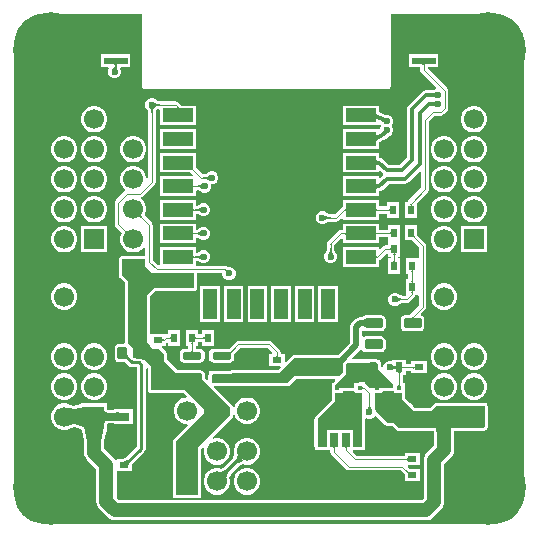
<source format=gbr>
%TF.GenerationSoftware,Altium Limited,Altium Designer,25.1.2 (22)*%
G04 Layer_Physical_Order=1*
G04 Layer_Color=255*
%FSLAX43Y43*%
%MOMM*%
%TF.SameCoordinates,C73E9825-E1A6-41E5-9903-38CA47DD4C8D*%
%TF.FilePolarity,Positive*%
%TF.FileFunction,Copper,L1,Top,Signal*%
%TF.Part,Single*%
G01*
G75*
%TA.AperFunction,Conductor*%
%ADD10C,0.329*%
%TA.AperFunction,SMDPad,CuDef*%
%ADD11R,0.500X0.800*%
G04:AMPARAMS|DCode=12|XSize=1.5mm|YSize=0.8mm|CornerRadius=0.1mm|HoleSize=0mm|Usage=FLASHONLY|Rotation=0.000|XOffset=0mm|YOffset=0mm|HoleType=Round|Shape=RoundedRectangle|*
%AMROUNDEDRECTD12*
21,1,1.500,0.600,0,0,0.0*
21,1,1.300,0.800,0,0,0.0*
1,1,0.200,0.650,-0.300*
1,1,0.200,-0.650,-0.300*
1,1,0.200,-0.650,0.300*
1,1,0.200,0.650,0.300*
%
%ADD12ROUNDEDRECTD12*%
G04:AMPARAMS|DCode=13|XSize=0.65mm|YSize=1.6mm|CornerRadius=0.114mm|HoleSize=0mm|Usage=FLASHONLY|Rotation=270.000|XOffset=0mm|YOffset=0mm|HoleType=Round|Shape=RoundedRectangle|*
%AMROUNDEDRECTD13*
21,1,0.650,1.373,0,0,270.0*
21,1,0.422,1.600,0,0,270.0*
1,1,0.228,-0.686,-0.211*
1,1,0.228,-0.686,0.211*
1,1,0.228,0.686,0.211*
1,1,0.228,0.686,-0.211*
%
%ADD13ROUNDEDRECTD13*%
%ADD14R,1.600X0.650*%
%ADD15R,2.540X1.143*%
%ADD16R,1.143X2.540*%
G04:AMPARAMS|DCode=17|XSize=0.8mm|YSize=1mm|CornerRadius=0.1mm|HoleSize=0mm|Usage=FLASHONLY|Rotation=0.000|XOffset=0mm|YOffset=0mm|HoleType=Round|Shape=RoundedRectangle|*
%AMROUNDEDRECTD17*
21,1,0.800,0.800,0,0,0.0*
21,1,0.600,1.000,0,0,0.0*
1,1,0.200,0.300,-0.400*
1,1,0.200,-0.300,-0.400*
1,1,0.200,-0.300,0.400*
1,1,0.200,0.300,0.400*
%
%ADD17ROUNDEDRECTD17*%
%ADD18R,0.800X0.900*%
%ADD19R,0.800X0.500*%
%ADD20R,1.800X1.400*%
%ADD21R,0.660X0.350*%
%ADD22R,1.100X1.250*%
%ADD23R,0.430X0.350*%
%ADD24R,0.625X0.830*%
%ADD25R,0.700X1.200*%
%ADD26R,0.760X1.200*%
%ADD27R,0.800X1.200*%
%ADD28R,0.758X0.812*%
%ADD29R,1.400X1.800*%
%ADD30R,0.900X0.800*%
%ADD31R,2.000X0.550*%
%TA.AperFunction,Conductor*%
%ADD32C,1.200*%
%ADD33C,0.110*%
%ADD34C,0.500*%
%ADD35C,0.600*%
%ADD36C,0.300*%
%ADD37C,0.254*%
%ADD38C,0.400*%
%TA.AperFunction,ComponentPad*%
G04:AMPARAMS|DCode=39|XSize=1.7mm|YSize=1.7mm|CornerRadius=0.85mm|HoleSize=0mm|Usage=FLASHONLY|Rotation=0.000|XOffset=0mm|YOffset=0mm|HoleType=Round|Shape=RoundedRectangle|*
%AMROUNDEDRECTD39*
21,1,1.700,0.000,0,0,0.0*
21,1,0.000,1.700,0,0,0.0*
1,1,1.700,0.000,0.000*
1,1,1.700,0.000,0.000*
1,1,1.700,0.000,0.000*
1,1,1.700,0.000,0.000*
%
%ADD39ROUNDEDRECTD39*%
%ADD40C,1.700*%
%ADD41R,1.700X1.700*%
G04:AMPARAMS|DCode=42|XSize=1.7mm|YSize=1.7mm|CornerRadius=0.85mm|HoleSize=0mm|Usage=FLASHONLY|Rotation=90.000|XOffset=0mm|YOffset=0mm|HoleType=Round|Shape=RoundedRectangle|*
%AMROUNDEDRECTD42*
21,1,1.700,0.000,0,0,90.0*
21,1,0.000,1.700,0,0,90.0*
1,1,1.700,0.000,0.000*
1,1,1.700,0.000,0.000*
1,1,1.700,0.000,0.000*
1,1,1.700,0.000,0.000*
%
%ADD42ROUNDEDRECTD42*%
%ADD43R,1.700X1.700*%
G04:AMPARAMS|DCode=44|XSize=1.1mm|YSize=1.7mm|CornerRadius=0.55mm|HoleSize=0mm|Usage=FLASHONLY|Rotation=0.000|XOffset=0mm|YOffset=0mm|HoleType=Round|Shape=RoundedRectangle|*
%AMROUNDEDRECTD44*
21,1,1.100,0.600,0,0,0.0*
21,1,0.000,1.700,0,0,0.0*
1,1,1.100,0.000,-0.300*
1,1,1.100,0.000,-0.300*
1,1,1.100,0.000,0.300*
1,1,1.100,0.000,0.300*
%
%ADD44ROUNDEDRECTD44*%
%ADD45C,1.000*%
%ADD46C,6.400*%
%TA.AperFunction,ViaPad*%
%ADD47C,0.600*%
G36*
X41507Y43548D02*
X41835Y43460D01*
X42149Y43330D01*
X42443Y43160D01*
X42713Y42953D01*
X42953Y42713D01*
X43160Y42443D01*
X43330Y42149D01*
X43460Y41835D01*
X43548Y41507D01*
X43592Y41170D01*
Y41000D01*
Y3000D01*
Y2830D01*
X43548Y2493D01*
X43460Y2165D01*
X43330Y1851D01*
X43160Y1557D01*
X42953Y1287D01*
X42713Y1047D01*
X42443Y840D01*
X42149Y670D01*
X41835Y540D01*
X41507Y452D01*
X41170Y408D01*
X2830D01*
X2493Y452D01*
X2165Y540D01*
X1851Y670D01*
X1557Y840D01*
X1287Y1047D01*
X1047Y1287D01*
X840Y1557D01*
X670Y1851D01*
X540Y2165D01*
X452Y2493D01*
X408Y2830D01*
Y3000D01*
Y41000D01*
Y41170D01*
X452Y41507D01*
X540Y41835D01*
X670Y42149D01*
X840Y42443D01*
X1047Y42713D01*
X1287Y42953D01*
X1557Y43160D01*
X1851Y43330D01*
X2165Y43460D01*
X2493Y43548D01*
X2830Y43592D01*
X11227D01*
Y37500D01*
X11247Y37401D01*
X11303Y37317D01*
X11387Y37261D01*
X11486Y37241D01*
X32025D01*
X32124Y37261D01*
X32208Y37317D01*
X32264Y37401D01*
X32284Y37500D01*
Y43592D01*
X41170D01*
X41507Y43548D01*
D02*
G37*
%LPC*%
G36*
X10254Y40154D02*
X7746D01*
Y39096D01*
X8383D01*
X8416Y39047D01*
X8447Y38969D01*
X8371Y38785D01*
Y38565D01*
X8455Y38361D01*
X8611Y38205D01*
X8815Y38121D01*
X9035D01*
X9239Y38205D01*
X9395Y38361D01*
X9479Y38565D01*
Y38785D01*
X9403Y38969D01*
X9435Y39050D01*
X9457Y39084D01*
X9477Y39096D01*
X10254D01*
Y40154D01*
D02*
G37*
G36*
X12185Y36429D02*
X11965D01*
X11761Y36345D01*
X11605Y36189D01*
X11521Y35985D01*
Y35765D01*
X11605Y35561D01*
X11637Y35529D01*
X11640Y35524D01*
X11667Y35489D01*
X11686Y35460D01*
X11703Y35430D01*
X11718Y35398D01*
X11731Y35364D01*
X11741Y35329D01*
X11750Y35291D01*
X11756Y35250D01*
X11760Y35206D01*
X11760Y35194D01*
Y29612D01*
X11731Y29592D01*
X11604Y29660D01*
Y29725D01*
X11529Y30006D01*
X11383Y30258D01*
X11178Y30463D01*
X10926Y30609D01*
X10645Y30684D01*
X10355D01*
X10074Y30609D01*
X9822Y30463D01*
X9617Y30258D01*
X9471Y30006D01*
X9396Y29725D01*
Y29435D01*
X9471Y29154D01*
X9617Y28902D01*
X9776Y28743D01*
X9772Y28602D01*
X9763Y28584D01*
X9738Y28568D01*
X9007Y27837D01*
X8939Y27735D01*
X8915Y27615D01*
Y25770D01*
X8939Y25649D01*
X9007Y25547D01*
X9529Y25026D01*
X9471Y24926D01*
X9396Y24645D01*
Y24355D01*
X9471Y24074D01*
X9617Y23822D01*
X9822Y23617D01*
X10074Y23471D01*
X10355Y23396D01*
X10645D01*
X10926Y23471D01*
X11178Y23617D01*
X11383Y23822D01*
X11392Y23838D01*
X11515Y23805D01*
Y23147D01*
X11461Y23102D01*
X9570D01*
X9471Y23083D01*
X9387Y23027D01*
X9331Y22943D01*
X9311Y22843D01*
Y21426D01*
X9331Y21327D01*
X9387Y21243D01*
X9758Y20871D01*
X9758Y15763D01*
X9661Y15636D01*
X9275D01*
X9137Y15608D01*
X9020Y15530D01*
X8942Y15413D01*
X8914Y15275D01*
Y14475D01*
X8942Y14337D01*
X9020Y14220D01*
X9137Y14142D01*
X9275Y14114D01*
X9780D01*
X9826Y14075D01*
X10100Y13801D01*
X10226Y13717D01*
X10375Y13687D01*
X10782D01*
Y6950D01*
X9836Y6005D01*
X9578Y5874D01*
X9096D01*
Y5859D01*
X8977Y5831D01*
X8969Y5832D01*
X8834Y6008D01*
X8061Y6781D01*
Y7438D01*
X8258Y8396D01*
X8304D01*
Y8643D01*
X8306Y8653D01*
X8304Y8663D01*
Y8888D01*
X8311Y8893D01*
X8344Y8906D01*
X8393Y8919D01*
X8634Y8935D01*
X8719D01*
X9046Y8882D01*
Y8846D01*
X9293D01*
X9303Y8844D01*
X9313Y8846D01*
X10454D01*
Y10154D01*
X9313D01*
X9303Y10156D01*
X9293Y10154D01*
X9046D01*
Y10118D01*
X8719Y10065D01*
X8565D01*
X8476Y10068D01*
X8462Y10069D01*
X8394Y10080D01*
X8344Y10094D01*
X8311Y10107D01*
X8304Y10112D01*
Y10604D01*
X6363D01*
X6353Y10606D01*
X6343Y10604D01*
X6096D01*
Y10558D01*
X5437Y10423D01*
X5330Y10443D01*
X5234Y10467D01*
X5158Y10492D01*
X5128Y10505D01*
X5086Y10529D01*
X4805Y10604D01*
X4515D01*
X4234Y10529D01*
X3982Y10383D01*
X3777Y10178D01*
X3631Y9926D01*
X3556Y9645D01*
Y9355D01*
X3631Y9074D01*
X3777Y8822D01*
X3982Y8617D01*
X4234Y8471D01*
X4515Y8396D01*
X4805D01*
X5086Y8471D01*
X5128Y8495D01*
X5158Y8508D01*
X5231Y8532D01*
X5438Y8577D01*
X6096Y8442D01*
Y8396D01*
X6142D01*
X6339Y7438D01*
Y6424D01*
X6368Y6201D01*
X6404Y6115D01*
X6454Y5993D01*
X6591Y5815D01*
X7364Y5042D01*
Y2275D01*
X7393Y2052D01*
X7479Y1844D01*
X7616Y1666D01*
X8319Y963D01*
X8319Y963D01*
X8497Y826D01*
X8705Y740D01*
X8928Y711D01*
X8928Y711D01*
X35279D01*
X35502Y740D01*
X35588Y776D01*
X35710Y826D01*
X35888Y963D01*
X36591Y1666D01*
X36591Y1666D01*
X36728Y1844D01*
X36814Y2052D01*
X36829Y2163D01*
X36844Y2275D01*
X36844Y2275D01*
Y5497D01*
X37409Y6062D01*
X37546Y6241D01*
X37632Y6448D01*
X37661Y6671D01*
Y7822D01*
X37666Y8101D01*
X37675Y8242D01*
X40125D01*
X40225Y8262D01*
X40309Y8318D01*
X40387Y8396D01*
X40444D01*
Y8463D01*
X40481Y8519D01*
X40501Y8618D01*
Y8988D01*
X40501Y10353D01*
X40496Y10378D01*
Y10403D01*
X40492Y10425D01*
X40482Y10448D01*
X40481Y10452D01*
X40479Y10455D01*
X40453Y10518D01*
X40444Y10527D01*
Y10604D01*
X40347D01*
X40319Y10616D01*
X40315Y10618D01*
X40312Y10618D01*
X40288Y10628D01*
X40267Y10632D01*
X40241D01*
X40216Y10637D01*
X39903D01*
X38240Y10637D01*
X36209Y10637D01*
X36185Y10633D01*
X36184Y10633D01*
X36184Y10633D01*
X36181Y10632D01*
X36156Y10632D01*
X36134Y10627D01*
X36113Y10618D01*
X36110Y10618D01*
X36110Y10617D01*
X36088Y10613D01*
X36087Y10612D01*
X36085Y10612D01*
X36067Y10599D01*
X36067Y10599D01*
X36064Y10598D01*
X36043Y10589D01*
X36024Y10576D01*
X36006Y10559D01*
X36004Y10557D01*
X36004Y10557D01*
X36003Y10556D01*
X35983Y10542D01*
X35708Y10263D01*
X34339D01*
X34307Y10294D01*
X34286Y10309D01*
X34268Y10327D01*
X34241Y10345D01*
X34218Y10354D01*
X34209Y10360D01*
X34203Y10369D01*
X34193Y10392D01*
X34175Y10419D01*
X34157Y10438D01*
X34143Y10459D01*
X33962Y10640D01*
X33942Y10653D01*
X33937Y10658D01*
X33936Y10659D01*
X33922Y10672D01*
X33903Y10686D01*
X33506Y11082D01*
Y11450D01*
X33506Y11450D01*
Y11475D01*
X33501Y11500D01*
Y12379D01*
X33347D01*
Y12987D01*
X33598D01*
Y13341D01*
X34028D01*
Y13152D01*
X35336D01*
Y14160D01*
X34028D01*
Y13971D01*
X33598D01*
Y14325D01*
X32465D01*
Y14268D01*
X32360Y14197D01*
X32330Y14210D01*
X32109D01*
X31906Y14126D01*
X31750Y13970D01*
X31665Y13766D01*
Y13736D01*
X31538Y13668D01*
X31509Y13687D01*
Y13940D01*
X31489Y14039D01*
X31433Y14123D01*
X31433Y14123D01*
X31373Y14183D01*
Y14325D01*
X31144D01*
X31119Y14330D01*
X29093D01*
X29045Y14447D01*
X29755Y15157D01*
X29763Y15169D01*
X29905Y15154D01*
X29955Y15080D01*
X30072Y15002D01*
X30210Y14974D01*
X31510D01*
X31648Y15002D01*
X31765Y15080D01*
X31843Y15197D01*
X31871Y15335D01*
Y15935D01*
X31843Y16073D01*
X31765Y16190D01*
X31648Y16268D01*
X31510Y16296D01*
X30210D01*
X30072Y16268D01*
X30032Y16242D01*
X29905Y16310D01*
Y16740D01*
X30032Y16808D01*
X30072Y16782D01*
X30210Y16754D01*
X31510D01*
X31648Y16782D01*
X31765Y16860D01*
X31843Y16977D01*
X31871Y17115D01*
Y17715D01*
X31843Y17853D01*
X31765Y17970D01*
X31648Y18048D01*
X31510Y18076D01*
X30210D01*
X30072Y18048D01*
X30019Y18013D01*
X30016Y18012D01*
X30010Y18007D01*
X29955Y17970D01*
X29941Y17950D01*
X29939Y17948D01*
X29933Y17941D01*
X29924Y17936D01*
X29905Y17930D01*
X29877Y17922D01*
X29844Y17916D01*
X29782Y17911D01*
X29684D01*
X29488Y17872D01*
X29321Y17760D01*
X29028Y17468D01*
X28917Y17301D01*
X28878Y17104D01*
Y15734D01*
X27853Y14709D01*
X24141D01*
X24042Y14689D01*
X23958Y14633D01*
X23428Y14103D01*
X23311Y14152D01*
Y14765D01*
X22971D01*
Y14943D01*
X22947Y15064D01*
X22879Y15166D01*
X22223Y15823D01*
X22121Y15891D01*
X22000Y15915D01*
X19407D01*
X19286Y15891D01*
X19184Y15823D01*
X18597Y15236D01*
X17295D01*
X17152Y15208D01*
X17030Y15126D01*
X16949Y15005D01*
X16920Y14861D01*
Y14439D01*
X16949Y14295D01*
X17030Y14174D01*
X17152Y14092D01*
X17295Y14064D01*
X18668D01*
X18811Y14092D01*
X18933Y14174D01*
X19014Y14295D01*
X19043Y14439D01*
Y14791D01*
X19537Y15285D01*
X21870D01*
X22262Y14892D01*
X22210Y14765D01*
X22003D01*
Y13757D01*
X22916D01*
X22965Y13640D01*
X22745Y13420D01*
X18840Y13420D01*
X18815Y13415D01*
X18789D01*
X18766Y13406D01*
X18741Y13401D01*
X18723Y13389D01*
X18642Y13373D01*
X17321D01*
X17299Y13377D01*
X17288D01*
X17277Y13380D01*
X17238Y13377D01*
X17198Y13377D01*
X17188Y13373D01*
X17177Y13372D01*
X17142Y13353D01*
X17105Y13338D01*
X17097Y13330D01*
X17095Y13329D01*
X16928D01*
Y13187D01*
X16918Y13174D01*
X16895Y13146D01*
X16891Y13132D01*
X16883Y13120D01*
X16876Y13084D01*
X16865Y13049D01*
X16866Y13035D01*
X16863Y13021D01*
Y12609D01*
X16746Y12561D01*
X16556Y12751D01*
X16556Y13064D01*
X16536Y13163D01*
X16480Y13247D01*
X16390Y13337D01*
X16306Y13393D01*
X16207Y13412D01*
X16010D01*
X15972Y13405D01*
X15791D01*
X15754Y13412D01*
X15310D01*
X15272Y13405D01*
X15091D01*
X15054Y13412D01*
X14610D01*
X14572Y13405D01*
X14391D01*
X14354Y13412D01*
X14250D01*
X13368Y14294D01*
Y14800D01*
X13349Y14899D01*
X13292Y14983D01*
X12907Y15369D01*
X12959Y15496D01*
X13229D01*
Y15713D01*
X13325Y15777D01*
X13344Y15797D01*
X13471Y15744D01*
Y15496D01*
X14479D01*
Y16804D01*
X13471D01*
Y16465D01*
X13252D01*
X13229Y16484D01*
Y16504D01*
X11921D01*
X11899Y16622D01*
Y19674D01*
X12355Y20121D01*
X15626D01*
X15726Y20140D01*
X15810Y20197D01*
X15866Y20281D01*
X15885Y20380D01*
Y21614D01*
X15907Y21641D01*
X18046D01*
Y21515D01*
X18130Y21311D01*
X18286Y21155D01*
X18490Y21071D01*
X18710D01*
X18914Y21155D01*
X19070Y21311D01*
X19154Y21515D01*
Y21735D01*
X19070Y21939D01*
X18914Y22095D01*
X18710Y22179D01*
X18491D01*
X18390Y22246D01*
X18270Y22270D01*
X15774D01*
Y22560D01*
X15774Y22563D01*
X15795Y22600D01*
X15851Y22649D01*
X15901Y22672D01*
X15922Y22667D01*
X15959Y22658D01*
X15993Y22646D01*
X16025Y22633D01*
X16054Y22618D01*
X16082Y22601D01*
X16111Y22580D01*
X16136Y22555D01*
X16340Y22471D01*
X16560D01*
X16764Y22555D01*
X16920Y22711D01*
X17004Y22915D01*
Y23135D01*
X16920Y23339D01*
X16764Y23495D01*
X16560Y23579D01*
X16340D01*
X16136Y23495D01*
X16095Y23453D01*
X16084Y23448D01*
X16047Y23417D01*
X16017Y23395D01*
X15986Y23376D01*
X15954Y23360D01*
X15921Y23346D01*
X15901Y23339D01*
X15852Y23360D01*
X15801Y23395D01*
X15774Y23433D01*
Y23826D01*
X12726D01*
Y22319D01*
X12599Y22290D01*
X12145Y22745D01*
Y25710D01*
X12121Y25831D01*
X12053Y25933D01*
X11471Y26514D01*
X11529Y26614D01*
X11604Y26895D01*
Y27185D01*
X11529Y27466D01*
X11383Y27718D01*
X11178Y27923D01*
X11171Y27928D01*
X11165Y27978D01*
X11179Y28070D01*
X11258Y28122D01*
X12298Y29162D01*
X12366Y29264D01*
X12390Y29385D01*
Y35194D01*
X12390Y35206D01*
X12394Y35250D01*
X12400Y35291D01*
X12409Y35329D01*
X12419Y35364D01*
X12432Y35398D01*
X12447Y35430D01*
X12464Y35460D01*
X12474Y35476D01*
X12490Y35486D01*
X12520Y35503D01*
X12552Y35518D01*
X12586Y35531D01*
X12599Y35535D01*
X12667Y35503D01*
X12705Y35471D01*
X12726Y35434D01*
Y34174D01*
X15774D01*
Y35826D01*
X14545D01*
X14541Y35846D01*
X14473Y35948D01*
X14323Y36098D01*
X14221Y36166D01*
X14100Y36190D01*
X12756D01*
X12744Y36190D01*
X12700Y36194D01*
X12659Y36200D01*
X12621Y36209D01*
X12586Y36219D01*
X12552Y36232D01*
X12520Y36247D01*
X12490Y36264D01*
X12461Y36283D01*
X12426Y36310D01*
X12421Y36313D01*
X12389Y36345D01*
X12185Y36429D01*
D02*
G37*
G36*
X39485Y35764D02*
X39195D01*
X38914Y35689D01*
X38662Y35543D01*
X38457Y35338D01*
X38311Y35086D01*
X38236Y34805D01*
Y34515D01*
X38311Y34234D01*
X38457Y33982D01*
X38662Y33777D01*
X38914Y33631D01*
X39195Y33556D01*
X39485D01*
X39766Y33631D01*
X40018Y33777D01*
X40223Y33982D01*
X40369Y34234D01*
X40444Y34515D01*
Y34805D01*
X40369Y35086D01*
X40223Y35338D01*
X40018Y35543D01*
X39766Y35689D01*
X39485Y35764D01*
D02*
G37*
G36*
X7345D02*
X7055D01*
X6774Y35689D01*
X6522Y35543D01*
X6317Y35338D01*
X6171Y35086D01*
X6096Y34805D01*
Y34515D01*
X6171Y34234D01*
X6317Y33982D01*
X6522Y33777D01*
X6774Y33631D01*
X7055Y33556D01*
X7345D01*
X7626Y33631D01*
X7878Y33777D01*
X8083Y33982D01*
X8229Y34234D01*
X8304Y34515D01*
Y34805D01*
X8229Y35086D01*
X8083Y35338D01*
X7878Y35543D01*
X7626Y35689D01*
X7345Y35764D01*
D02*
G37*
G36*
X31285Y35826D02*
X28237D01*
Y34174D01*
X31285D01*
Y34174D01*
X31401Y34233D01*
X31464Y34209D01*
X31515Y34081D01*
X31505Y34071D01*
X31421Y33868D01*
X31409Y33849D01*
X31404Y33845D01*
X31285Y33826D01*
X31285Y33826D01*
X28237D01*
Y32174D01*
X31285D01*
Y32704D01*
X31295Y32713D01*
X31316Y32727D01*
X31345Y32743D01*
X31354Y32747D01*
X31419Y32767D01*
X31661Y32896D01*
X31696Y32912D01*
X31699Y32914D01*
X31702Y32916D01*
X31713Y32924D01*
X31869Y33008D01*
X32130Y33222D01*
X32133Y33223D01*
X32289Y33288D01*
X32445Y33444D01*
X32529Y33647D01*
Y33868D01*
X32445Y34071D01*
X32395Y34121D01*
X32445Y34171D01*
X32529Y34374D01*
Y34595D01*
X32445Y34798D01*
X32289Y34954D01*
X32085Y35039D01*
X31865D01*
X31852Y35033D01*
X31680Y35106D01*
X31576Y35157D01*
X31547Y35165D01*
X31419Y35233D01*
X31354Y35253D01*
X31345Y35257D01*
X31316Y35273D01*
X31295Y35287D01*
X31285Y35296D01*
Y35826D01*
D02*
G37*
G36*
X15774Y33826D02*
X12726D01*
Y32174D01*
X15774D01*
Y33826D01*
D02*
G37*
G36*
X39485Y33224D02*
X39195D01*
X38914Y33149D01*
X38662Y33003D01*
X38457Y32798D01*
X38311Y32546D01*
X38236Y32265D01*
Y31975D01*
X38311Y31694D01*
X38457Y31442D01*
X38662Y31237D01*
X38914Y31091D01*
X39195Y31016D01*
X39485D01*
X39766Y31091D01*
X40018Y31237D01*
X40223Y31442D01*
X40369Y31694D01*
X40444Y31975D01*
Y32265D01*
X40369Y32546D01*
X40223Y32798D01*
X40018Y33003D01*
X39766Y33149D01*
X39485Y33224D01*
D02*
G37*
G36*
X36945D02*
X36655D01*
X36374Y33149D01*
X36122Y33003D01*
X35917Y32798D01*
X35771Y32546D01*
X35696Y32265D01*
Y31975D01*
X35771Y31694D01*
X35917Y31442D01*
X36122Y31237D01*
X36374Y31091D01*
X36655Y31016D01*
X36945D01*
X37226Y31091D01*
X37478Y31237D01*
X37683Y31442D01*
X37829Y31694D01*
X37904Y31975D01*
Y32265D01*
X37829Y32546D01*
X37683Y32798D01*
X37478Y33003D01*
X37226Y33149D01*
X36945Y33224D01*
D02*
G37*
G36*
X10645D02*
X10355D01*
X10074Y33149D01*
X9822Y33003D01*
X9617Y32798D01*
X9471Y32546D01*
X9396Y32265D01*
Y31975D01*
X9471Y31694D01*
X9617Y31442D01*
X9822Y31237D01*
X10074Y31091D01*
X10355Y31016D01*
X10645D01*
X10926Y31091D01*
X11178Y31237D01*
X11383Y31442D01*
X11529Y31694D01*
X11604Y31975D01*
Y32265D01*
X11529Y32546D01*
X11383Y32798D01*
X11178Y33003D01*
X10926Y33149D01*
X10645Y33224D01*
D02*
G37*
G36*
X7345D02*
X7055D01*
X6774Y33149D01*
X6522Y33003D01*
X6317Y32798D01*
X6171Y32546D01*
X6096Y32265D01*
Y31975D01*
X6171Y31694D01*
X6317Y31442D01*
X6522Y31237D01*
X6774Y31091D01*
X7055Y31016D01*
X7345D01*
X7626Y31091D01*
X7878Y31237D01*
X8083Y31442D01*
X8229Y31694D01*
X8304Y31975D01*
Y32265D01*
X8229Y32546D01*
X8083Y32798D01*
X7878Y33003D01*
X7626Y33149D01*
X7345Y33224D01*
D02*
G37*
G36*
X4805D02*
X4515D01*
X4234Y33149D01*
X3982Y33003D01*
X3777Y32798D01*
X3631Y32546D01*
X3556Y32265D01*
Y31975D01*
X3631Y31694D01*
X3777Y31442D01*
X3982Y31237D01*
X4234Y31091D01*
X4515Y31016D01*
X4805D01*
X5086Y31091D01*
X5338Y31237D01*
X5543Y31442D01*
X5689Y31694D01*
X5764Y31975D01*
Y32265D01*
X5689Y32546D01*
X5543Y32798D01*
X5338Y33003D01*
X5086Y33149D01*
X4805Y33224D01*
D02*
G37*
G36*
X36329Y40154D02*
X33821D01*
Y39096D01*
X34760D01*
Y38867D01*
X34784Y38746D01*
X34852Y38644D01*
X36130Y37367D01*
X36100Y37217D01*
X35986Y37170D01*
X35943Y37127D01*
X35243D01*
X35080Y37094D01*
X34941Y37002D01*
X33771Y35832D01*
X33679Y35693D01*
X33646Y35530D01*
Y31393D01*
X33035Y30782D01*
X32144D01*
X31625Y31302D01*
X31486Y31394D01*
X31323Y31427D01*
X31285D01*
Y31826D01*
X28237D01*
Y30174D01*
X31285D01*
Y30268D01*
X31402Y30317D01*
X31638Y30081D01*
X31655Y30000D01*
X31638Y29919D01*
X31402Y29683D01*
X31285Y29732D01*
Y29826D01*
X28237D01*
Y28174D01*
X31285D01*
Y28573D01*
X31323D01*
X31486Y28606D01*
X31625Y28698D01*
X32144Y29218D01*
X33507D01*
X33670Y29250D01*
X33808Y29343D01*
X34778Y30313D01*
X34895Y30264D01*
Y28893D01*
X33752Y27750D01*
X33688Y27654D01*
X33471D01*
Y26346D01*
X34479D01*
Y27586D01*
X35433Y28540D01*
X35501Y28642D01*
X35525Y28762D01*
Y34505D01*
X36002Y34982D01*
X36547D01*
X36667Y35006D01*
X36769Y35074D01*
X37077Y35381D01*
X37145Y35483D01*
X37169Y35604D01*
Y37088D01*
X37145Y37208D01*
X37077Y37310D01*
X35418Y38969D01*
X35457Y39096D01*
X36329D01*
Y40154D01*
D02*
G37*
G36*
X39485Y30684D02*
X39195D01*
X38914Y30609D01*
X38662Y30463D01*
X38457Y30258D01*
X38311Y30006D01*
X38236Y29725D01*
Y29435D01*
X38311Y29154D01*
X38457Y28902D01*
X38662Y28697D01*
X38914Y28551D01*
X39195Y28476D01*
X39485D01*
X39766Y28551D01*
X40018Y28697D01*
X40223Y28902D01*
X40369Y29154D01*
X40444Y29435D01*
Y29725D01*
X40369Y30006D01*
X40223Y30258D01*
X40018Y30463D01*
X39766Y30609D01*
X39485Y30684D01*
D02*
G37*
G36*
X36945D02*
X36655D01*
X36374Y30609D01*
X36122Y30463D01*
X35917Y30258D01*
X35771Y30006D01*
X35696Y29725D01*
Y29435D01*
X35771Y29154D01*
X35917Y28902D01*
X36122Y28697D01*
X36374Y28551D01*
X36655Y28476D01*
X36945D01*
X37226Y28551D01*
X37478Y28697D01*
X37683Y28902D01*
X37829Y29154D01*
X37904Y29435D01*
Y29725D01*
X37829Y30006D01*
X37683Y30258D01*
X37478Y30463D01*
X37226Y30609D01*
X36945Y30684D01*
D02*
G37*
G36*
X7345D02*
X7055D01*
X6774Y30609D01*
X6522Y30463D01*
X6317Y30258D01*
X6171Y30006D01*
X6096Y29725D01*
Y29435D01*
X6171Y29154D01*
X6317Y28902D01*
X6522Y28697D01*
X6774Y28551D01*
X7055Y28476D01*
X7345D01*
X7626Y28551D01*
X7878Y28697D01*
X8083Y28902D01*
X8229Y29154D01*
X8304Y29435D01*
Y29725D01*
X8229Y30006D01*
X8083Y30258D01*
X7878Y30463D01*
X7626Y30609D01*
X7345Y30684D01*
D02*
G37*
G36*
X4805D02*
X4515D01*
X4234Y30609D01*
X3982Y30463D01*
X3777Y30258D01*
X3631Y30006D01*
X3556Y29725D01*
Y29435D01*
X3631Y29154D01*
X3777Y28902D01*
X3982Y28697D01*
X4234Y28551D01*
X4515Y28476D01*
X4805D01*
X5086Y28551D01*
X5338Y28697D01*
X5543Y28902D01*
X5689Y29154D01*
X5764Y29435D01*
Y29725D01*
X5689Y30006D01*
X5543Y30258D01*
X5338Y30463D01*
X5086Y30609D01*
X4805Y30684D01*
D02*
G37*
G36*
X15774Y31826D02*
X12726D01*
Y30174D01*
X15329D01*
X15560Y29943D01*
X15512Y29826D01*
X12726D01*
Y28174D01*
X15774D01*
Y28595D01*
X15806Y28624D01*
X15901Y28682D01*
X15915Y28681D01*
X15956Y28675D01*
X15994Y28666D01*
X16030Y28656D01*
X16063Y28643D01*
X16095Y28628D01*
X16125Y28611D01*
X16154Y28592D01*
X16190Y28565D01*
X16195Y28562D01*
X16227Y28530D01*
X16430Y28446D01*
X16651D01*
X16854Y28530D01*
X17010Y28686D01*
X17094Y28890D01*
Y29110D01*
X17118Y29146D01*
X17260D01*
X17464Y29230D01*
X17620Y29386D01*
X17704Y29590D01*
Y29810D01*
X17620Y30014D01*
X17464Y30170D01*
X17260Y30254D01*
X17040D01*
X16836Y30170D01*
X16804Y30138D01*
X16799Y30135D01*
X16764Y30108D01*
X16735Y30089D01*
X16705Y30072D01*
X16673Y30057D01*
X16639Y30044D01*
X16604Y30034D01*
X16566Y30025D01*
X16525Y30019D01*
X16481Y30015D01*
X16469Y30015D01*
X16379D01*
X15774Y30620D01*
Y31826D01*
D02*
G37*
G36*
X31285Y27826D02*
X28237D01*
Y27287D01*
X28141Y27223D01*
X27559Y26640D01*
X27181D01*
X27169Y26640D01*
X27125Y26644D01*
X27084Y26650D01*
X27046Y26659D01*
X27011Y26669D01*
X26977Y26682D01*
X26945Y26697D01*
X26915Y26714D01*
X26886Y26733D01*
X26851Y26760D01*
X26846Y26763D01*
X26814Y26795D01*
X26610Y26879D01*
X26390D01*
X26186Y26795D01*
X26030Y26639D01*
X25946Y26435D01*
Y26215D01*
X26030Y26011D01*
X26186Y25855D01*
X26390Y25771D01*
X26610D01*
X26814Y25855D01*
X26846Y25887D01*
X26851Y25890D01*
X26886Y25917D01*
X26915Y25936D01*
X26945Y25953D01*
X26977Y25968D01*
X27011Y25981D01*
X27046Y25991D01*
X27084Y26000D01*
X27125Y26006D01*
X27169Y26010D01*
X27181Y26010D01*
X27689D01*
X27810Y26034D01*
X27912Y26102D01*
X28120Y26310D01*
X28237Y26262D01*
Y26174D01*
X31285D01*
Y26685D01*
X31971D01*
Y26346D01*
X32979D01*
Y27654D01*
X31971D01*
Y27315D01*
X31285D01*
Y27826D01*
D02*
G37*
G36*
X15774D02*
X12726D01*
Y26174D01*
X15774D01*
Y26558D01*
X15787Y26588D01*
X15813Y26618D01*
X15901Y26667D01*
X15904Y26666D01*
X15939Y26656D01*
X15973Y26643D01*
X16005Y26628D01*
X16035Y26611D01*
X16064Y26592D01*
X16099Y26565D01*
X16104Y26562D01*
X16136Y26530D01*
X16340Y26446D01*
X16560D01*
X16764Y26530D01*
X16920Y26686D01*
X17004Y26890D01*
Y27110D01*
X16920Y27314D01*
X16764Y27470D01*
X16560Y27554D01*
X16340D01*
X16136Y27470D01*
X16104Y27438D01*
X16099Y27435D01*
X16064Y27408D01*
X16035Y27389D01*
X16005Y27372D01*
X15973Y27357D01*
X15939Y27344D01*
X15904Y27334D01*
X15901Y27333D01*
X15813Y27382D01*
X15787Y27412D01*
X15774Y27442D01*
Y27826D01*
D02*
G37*
G36*
X39485Y28144D02*
X39195D01*
X38914Y28069D01*
X38662Y27923D01*
X38457Y27718D01*
X38311Y27466D01*
X38236Y27185D01*
Y26895D01*
X38311Y26614D01*
X38457Y26362D01*
X38662Y26157D01*
X38914Y26011D01*
X39195Y25936D01*
X39485D01*
X39766Y26011D01*
X40018Y26157D01*
X40223Y26362D01*
X40369Y26614D01*
X40444Y26895D01*
Y27185D01*
X40369Y27466D01*
X40223Y27718D01*
X40018Y27923D01*
X39766Y28069D01*
X39485Y28144D01*
D02*
G37*
G36*
X36945D02*
X36655D01*
X36374Y28069D01*
X36122Y27923D01*
X35917Y27718D01*
X35771Y27466D01*
X35696Y27185D01*
Y26895D01*
X35771Y26614D01*
X35917Y26362D01*
X36122Y26157D01*
X36374Y26011D01*
X36655Y25936D01*
X36945D01*
X37226Y26011D01*
X37478Y26157D01*
X37683Y26362D01*
X37829Y26614D01*
X37904Y26895D01*
Y27185D01*
X37829Y27466D01*
X37683Y27718D01*
X37478Y27923D01*
X37226Y28069D01*
X36945Y28144D01*
D02*
G37*
G36*
X7345D02*
X7055D01*
X6774Y28069D01*
X6522Y27923D01*
X6317Y27718D01*
X6171Y27466D01*
X6096Y27185D01*
Y26895D01*
X6171Y26614D01*
X6317Y26362D01*
X6522Y26157D01*
X6774Y26011D01*
X7055Y25936D01*
X7345D01*
X7626Y26011D01*
X7878Y26157D01*
X8083Y26362D01*
X8229Y26614D01*
X8304Y26895D01*
Y27185D01*
X8229Y27466D01*
X8083Y27718D01*
X7878Y27923D01*
X7626Y28069D01*
X7345Y28144D01*
D02*
G37*
G36*
X4805D02*
X4515D01*
X4234Y28069D01*
X3982Y27923D01*
X3777Y27718D01*
X3631Y27466D01*
X3556Y27185D01*
Y26895D01*
X3631Y26614D01*
X3777Y26362D01*
X3982Y26157D01*
X4234Y26011D01*
X4515Y25936D01*
X4805D01*
X5086Y26011D01*
X5338Y26157D01*
X5543Y26362D01*
X5689Y26614D01*
X5764Y26895D01*
Y27185D01*
X5689Y27466D01*
X5543Y27718D01*
X5338Y27923D01*
X5086Y28069D01*
X4805Y28144D01*
D02*
G37*
G36*
X15774Y25826D02*
X12726D01*
Y24174D01*
X15774D01*
Y24558D01*
X15787Y24589D01*
X15814Y24619D01*
X15901Y24667D01*
X15904Y24666D01*
X15940Y24656D01*
X15974Y24643D01*
X16006Y24628D01*
X16036Y24611D01*
X16065Y24592D01*
X16100Y24565D01*
X16105Y24562D01*
X16137Y24530D01*
X16341Y24446D01*
X16561D01*
X16765Y24530D01*
X16920Y24686D01*
X17005Y24890D01*
Y25110D01*
X16920Y25314D01*
X16765Y25470D01*
X16561Y25554D01*
X16341D01*
X16137Y25470D01*
X16105Y25438D01*
X16100Y25435D01*
X16065Y25408D01*
X16036Y25389D01*
X16005Y25372D01*
X15974Y25357D01*
X15940Y25344D01*
X15904Y25334D01*
X15901Y25333D01*
X15814Y25381D01*
X15787Y25411D01*
X15774Y25442D01*
Y25826D01*
D02*
G37*
G36*
X31285D02*
X28237D01*
Y25315D01*
X28057D01*
X27937Y25291D01*
X27834Y25223D01*
X26952Y24341D01*
X26884Y24238D01*
X26860Y24118D01*
X26884Y23997D01*
X26886Y23994D01*
Y23707D01*
X26886Y23695D01*
X26882Y23651D01*
X26876Y23611D01*
X26868Y23573D01*
X26857Y23537D01*
X26844Y23503D01*
X26830Y23471D01*
X26813Y23441D01*
X26793Y23412D01*
X26766Y23377D01*
X26764Y23372D01*
X26732Y23340D01*
X26647Y23136D01*
Y22916D01*
X26732Y22712D01*
X26888Y22556D01*
X27091Y22472D01*
X27312D01*
X27515Y22556D01*
X27671Y22712D01*
X27755Y22916D01*
Y23136D01*
X27671Y23340D01*
X27639Y23372D01*
X27637Y23377D01*
X27609Y23412D01*
X27590Y23441D01*
X27573Y23471D01*
X27558Y23503D01*
X27546Y23537D01*
X27535Y23573D01*
X27527Y23611D01*
X27520Y23651D01*
X27517Y23695D01*
X27516Y23707D01*
Y24014D01*
X28110Y24608D01*
X28237Y24555D01*
Y24174D01*
X31285D01*
Y24685D01*
X32046D01*
Y24435D01*
X32046Y24421D01*
X32096Y24315D01*
X32096Y24294D01*
Y23990D01*
X31833D01*
X31712Y23966D01*
X31610Y23898D01*
X31402Y23690D01*
X31285Y23738D01*
Y23826D01*
X28237D01*
Y22174D01*
X31285D01*
Y22713D01*
X31381Y22777D01*
X31963Y23360D01*
X32096D01*
Y23021D01*
X32285D01*
Y22879D01*
X32096D01*
Y21571D01*
X33104D01*
Y22879D01*
X32915D01*
Y23021D01*
X33104D01*
Y24315D01*
X33104Y24329D01*
X33054Y24435D01*
X33054Y24456D01*
Y25729D01*
X32046D01*
Y25362D01*
X31976Y25315D01*
X31285D01*
Y25826D01*
D02*
G37*
G36*
X40444Y25604D02*
X38236D01*
Y23396D01*
X40444D01*
Y25604D01*
D02*
G37*
G36*
X36945D02*
X36655D01*
X36374Y25529D01*
X36122Y25383D01*
X35917Y25178D01*
X35771Y24926D01*
X35696Y24645D01*
Y24355D01*
X35771Y24074D01*
X35917Y23822D01*
X36122Y23617D01*
X36374Y23471D01*
X36655Y23396D01*
X36945D01*
X37226Y23471D01*
X37478Y23617D01*
X37683Y23822D01*
X37829Y24074D01*
X37904Y24355D01*
Y24645D01*
X37829Y24926D01*
X37683Y25178D01*
X37478Y25383D01*
X37226Y25529D01*
X36945Y25604D01*
D02*
G37*
G36*
X8304D02*
X6096D01*
Y23396D01*
X8304D01*
Y25604D01*
D02*
G37*
G36*
X4805D02*
X4515D01*
X4234Y25529D01*
X3982Y25383D01*
X3777Y25178D01*
X3631Y24926D01*
X3556Y24645D01*
Y24355D01*
X3631Y24074D01*
X3777Y23822D01*
X3982Y23617D01*
X4234Y23471D01*
X4515Y23396D01*
X4805D01*
X5086Y23471D01*
X5338Y23617D01*
X5543Y23822D01*
X5689Y24074D01*
X5764Y24355D01*
Y24645D01*
X5689Y24926D01*
X5543Y25178D01*
X5338Y25383D01*
X5086Y25529D01*
X4805Y25604D01*
D02*
G37*
G36*
X34554Y25729D02*
X33546D01*
Y24421D01*
X34109D01*
X34685Y23845D01*
Y22972D01*
X34604Y22879D01*
X34558Y22879D01*
X33596D01*
Y21571D01*
X33785D01*
Y21111D01*
X33596D01*
Y19826D01*
X33509Y19740D01*
X33331D01*
X33319Y19740D01*
X33275Y19744D01*
X33234Y19750D01*
X33196Y19759D01*
X33161Y19769D01*
X33127Y19782D01*
X33095Y19797D01*
X33065Y19814D01*
X33036Y19833D01*
X33001Y19860D01*
X32996Y19863D01*
X32964Y19895D01*
X32760Y19979D01*
X32540D01*
X32336Y19895D01*
X32180Y19739D01*
X32096Y19535D01*
Y19315D01*
X32180Y19111D01*
X32336Y18955D01*
X32540Y18871D01*
X32760D01*
X32964Y18955D01*
X32996Y18987D01*
X33001Y18990D01*
X33036Y19017D01*
X33065Y19036D01*
X33095Y19053D01*
X33127Y19068D01*
X33161Y19081D01*
X33196Y19091D01*
X33234Y19100D01*
X33275Y19106D01*
X33319Y19110D01*
X33331Y19110D01*
X33640D01*
X33760Y19134D01*
X33863Y19202D01*
X34323Y19662D01*
X34391Y19765D01*
X34399Y19803D01*
X34604Y19803D01*
X34685Y19710D01*
Y18932D01*
X33917Y18165D01*
X33858Y18076D01*
X33490D01*
X33352Y18048D01*
X33235Y17970D01*
X33157Y17853D01*
X33129Y17715D01*
Y17115D01*
X33157Y16977D01*
X33235Y16860D01*
X33352Y16782D01*
X33490Y16754D01*
X34790D01*
X34928Y16782D01*
X35045Y16860D01*
X35123Y16977D01*
X35151Y17115D01*
Y17715D01*
X35123Y17853D01*
X35045Y17970D01*
X34928Y18048D01*
X34881Y18058D01*
X34839Y18196D01*
X35223Y18579D01*
X35291Y18681D01*
X35315Y18802D01*
Y23975D01*
X35291Y24096D01*
X35223Y24198D01*
X34554Y24866D01*
Y25729D01*
D02*
G37*
G36*
X36945Y20764D02*
X36655D01*
X36374Y20689D01*
X36122Y20543D01*
X35917Y20338D01*
X35771Y20086D01*
X35696Y19805D01*
Y19515D01*
X35771Y19234D01*
X35917Y18982D01*
X36122Y18777D01*
X36374Y18631D01*
X36655Y18556D01*
X36945D01*
X37226Y18631D01*
X37478Y18777D01*
X37683Y18982D01*
X37829Y19234D01*
X37904Y19515D01*
Y19805D01*
X37829Y20086D01*
X37683Y20338D01*
X37478Y20543D01*
X37226Y20689D01*
X36945Y20764D01*
D02*
G37*
G36*
X4805D02*
X4515D01*
X4234Y20689D01*
X3982Y20543D01*
X3777Y20338D01*
X3631Y20086D01*
X3556Y19805D01*
Y19515D01*
X3631Y19234D01*
X3777Y18982D01*
X3982Y18777D01*
X4234Y18631D01*
X4515Y18556D01*
X4805D01*
X5086Y18631D01*
X5338Y18777D01*
X5543Y18982D01*
X5689Y19234D01*
X5764Y19515D01*
Y19805D01*
X5689Y20086D01*
X5543Y20338D01*
X5338Y20543D01*
X5086Y20689D01*
X4805Y20764D01*
D02*
G37*
G36*
X27825Y20524D02*
X26174D01*
Y17476D01*
X27825D01*
Y20524D01*
D02*
G37*
G36*
X25825D02*
X24174D01*
Y17476D01*
X25825D01*
Y20524D01*
D02*
G37*
G36*
X23825D02*
X22174D01*
Y17476D01*
X23825D01*
Y20524D01*
D02*
G37*
G36*
X21826D02*
X20174D01*
Y17476D01*
X21826D01*
Y20524D01*
D02*
G37*
G36*
X19826D02*
X18174D01*
Y17476D01*
X19826D01*
Y20524D01*
D02*
G37*
G36*
X17826D02*
X16174D01*
Y17476D01*
X17826D01*
Y20524D01*
D02*
G37*
G36*
X17297Y16804D02*
X16289D01*
Y16465D01*
X15979D01*
Y16804D01*
X14971D01*
Y15496D01*
X15160D01*
Y15236D01*
X14795D01*
X14652Y15208D01*
X14530Y15126D01*
X14449Y15005D01*
X14420Y14861D01*
Y14439D01*
X14449Y14295D01*
X14530Y14174D01*
X14652Y14092D01*
X14795Y14064D01*
X16168D01*
X16311Y14092D01*
X16433Y14174D01*
X16514Y14295D01*
X16543Y14439D01*
Y14861D01*
X16514Y15005D01*
X16433Y15126D01*
X16311Y15208D01*
X16168Y15236D01*
X15790D01*
Y15496D01*
X15979D01*
Y15835D01*
X16289D01*
Y15496D01*
X17297D01*
Y16804D01*
D02*
G37*
G36*
X39485Y15684D02*
X39195D01*
X38914Y15609D01*
X38662Y15463D01*
X38457Y15258D01*
X38311Y15006D01*
X38236Y14725D01*
Y14435D01*
X38311Y14154D01*
X38457Y13902D01*
X38662Y13697D01*
X38914Y13551D01*
X39195Y13476D01*
X39485D01*
X39766Y13551D01*
X40018Y13697D01*
X40223Y13902D01*
X40369Y14154D01*
X40444Y14435D01*
Y14725D01*
X40369Y15006D01*
X40223Y15258D01*
X40018Y15463D01*
X39766Y15609D01*
X39485Y15684D01*
D02*
G37*
G36*
X36945D02*
X36655D01*
X36374Y15609D01*
X36122Y15463D01*
X35917Y15258D01*
X35771Y15006D01*
X35696Y14725D01*
Y14435D01*
X35771Y14154D01*
X35917Y13902D01*
X36122Y13697D01*
X36374Y13551D01*
X36655Y13476D01*
X36945D01*
X37226Y13551D01*
X37478Y13697D01*
X37683Y13902D01*
X37829Y14154D01*
X37904Y14435D01*
Y14725D01*
X37829Y15006D01*
X37683Y15258D01*
X37478Y15463D01*
X37226Y15609D01*
X36945Y15684D01*
D02*
G37*
G36*
X7345D02*
X7055D01*
X6774Y15609D01*
X6522Y15463D01*
X6317Y15258D01*
X6171Y15006D01*
X6096Y14725D01*
Y14435D01*
X6171Y14154D01*
X6317Y13902D01*
X6522Y13697D01*
X6774Y13551D01*
X7055Y13476D01*
X7345D01*
X7626Y13551D01*
X7878Y13697D01*
X8083Y13902D01*
X8229Y14154D01*
X8304Y14435D01*
Y14725D01*
X8229Y15006D01*
X8083Y15258D01*
X7878Y15463D01*
X7626Y15609D01*
X7345Y15684D01*
D02*
G37*
G36*
X4805D02*
X4515D01*
X4234Y15609D01*
X3982Y15463D01*
X3777Y15258D01*
X3631Y15006D01*
X3556Y14725D01*
Y14435D01*
X3631Y14154D01*
X3777Y13902D01*
X3982Y13697D01*
X4234Y13551D01*
X4515Y13476D01*
X4805D01*
X5086Y13551D01*
X5338Y13697D01*
X5543Y13902D01*
X5689Y14154D01*
X5764Y14435D01*
Y14725D01*
X5689Y15006D01*
X5543Y15258D01*
X5338Y15463D01*
X5086Y15609D01*
X4805Y15684D01*
D02*
G37*
G36*
X39485Y13144D02*
X39195D01*
X38914Y13069D01*
X38662Y12923D01*
X38457Y12718D01*
X38311Y12466D01*
X38236Y12185D01*
Y11895D01*
X38311Y11614D01*
X38457Y11362D01*
X38662Y11157D01*
X38914Y11011D01*
X39195Y10936D01*
X39485D01*
X39766Y11011D01*
X40018Y11157D01*
X40223Y11362D01*
X40369Y11614D01*
X40444Y11895D01*
Y12185D01*
X40369Y12466D01*
X40223Y12718D01*
X40018Y12923D01*
X39766Y13069D01*
X39485Y13144D01*
D02*
G37*
G36*
X36945D02*
X36655D01*
X36374Y13069D01*
X36122Y12923D01*
X35917Y12718D01*
X35771Y12466D01*
X35696Y12185D01*
Y11895D01*
X35771Y11614D01*
X35917Y11362D01*
X36122Y11157D01*
X36374Y11011D01*
X36655Y10936D01*
X36945D01*
X37226Y11011D01*
X37478Y11157D01*
X37683Y11362D01*
X37829Y11614D01*
X37904Y11895D01*
Y12185D01*
X37829Y12466D01*
X37683Y12718D01*
X37478Y12923D01*
X37226Y13069D01*
X36945Y13144D01*
D02*
G37*
G36*
X7345D02*
X7055D01*
X6774Y13069D01*
X6522Y12923D01*
X6317Y12718D01*
X6171Y12466D01*
X6096Y12185D01*
Y11895D01*
X6171Y11614D01*
X6317Y11362D01*
X6522Y11157D01*
X6774Y11011D01*
X7055Y10936D01*
X7345D01*
X7626Y11011D01*
X7878Y11157D01*
X8083Y11362D01*
X8229Y11614D01*
X8304Y11895D01*
Y12185D01*
X8229Y12466D01*
X8083Y12718D01*
X7878Y12923D01*
X7626Y13069D01*
X7345Y13144D01*
D02*
G37*
G36*
X4805D02*
X4515D01*
X4234Y13069D01*
X3982Y12923D01*
X3777Y12718D01*
X3631Y12466D01*
X3556Y12185D01*
Y11895D01*
X3631Y11614D01*
X3777Y11362D01*
X3982Y11157D01*
X4234Y11011D01*
X4515Y10936D01*
X4805D01*
X5086Y11011D01*
X5338Y11157D01*
X5543Y11362D01*
X5689Y11614D01*
X5764Y11895D01*
Y12185D01*
X5689Y12466D01*
X5543Y12718D01*
X5338Y12923D01*
X5086Y13069D01*
X4805Y13144D01*
D02*
G37*
%LPD*%
G36*
X9055Y39365D02*
X9055Y39356D01*
X9110D01*
X9060Y39253D01*
X9066Y39174D01*
X9074Y39116D01*
X9098Y39012D01*
X9114Y38964D01*
X9132Y38920D01*
X9152Y38879D01*
X9175Y38841D01*
X8738Y38909D01*
X8777Y38944D01*
X8812Y38982D01*
X8843Y39023D01*
X8870Y39067D01*
X8893Y39114D01*
X8912Y39164D01*
X8926Y39217D01*
X8935Y39264D01*
X8890Y39356D01*
X8944D01*
X8945Y39394D01*
X9055Y39365D01*
D02*
G37*
G36*
X14305Y35657D02*
X14307Y35638D01*
X14310Y35621D01*
X14314Y35606D01*
X14319Y35594D01*
X14325Y35583D01*
X14332Y35576D01*
X14340Y35570D01*
X14349Y35567D01*
X14360Y35565D01*
X14140D01*
X14151Y35567D01*
X14160Y35570D01*
X14168Y35576D01*
X14175Y35583D01*
X14181Y35594D01*
X14186Y35606D01*
X14190Y35621D01*
X14193Y35638D01*
X14195Y35657D01*
X14195Y35678D01*
X14305D01*
X14305Y35657D01*
D02*
G37*
G36*
X12310Y36072D02*
X12355Y36042D01*
X12403Y36016D01*
X12452Y35993D01*
X12503Y35974D01*
X12556Y35958D01*
X12612Y35946D01*
X12669Y35937D01*
X12729Y35932D01*
X12790Y35930D01*
Y35820D01*
X12729Y35818D01*
X12669Y35813D01*
X12612Y35804D01*
X12556Y35792D01*
X12503Y35776D01*
X12452Y35757D01*
X12403Y35734D01*
X12355Y35708D01*
X12310Y35678D01*
X12289Y35661D01*
X12272Y35640D01*
X12242Y35595D01*
X12216Y35547D01*
X12193Y35498D01*
X12174Y35447D01*
X12158Y35394D01*
X12146Y35338D01*
X12137Y35281D01*
X12132Y35221D01*
X12130Y35160D01*
X12020D01*
X12018Y35221D01*
X12013Y35281D01*
X12004Y35338D01*
X11992Y35394D01*
X11976Y35447D01*
X11957Y35498D01*
X11934Y35547D01*
X11908Y35595D01*
X11878Y35640D01*
X11845Y35683D01*
X12267D01*
Y36105D01*
X12310Y36072D01*
D02*
G37*
G36*
X11214Y26404D02*
X11136Y26326D01*
X11015Y26370D01*
X11170Y26525D01*
X11214Y26404D01*
D02*
G37*
G36*
X9985Y25170D02*
X9830Y25015D01*
X9786Y25136D01*
X9864Y25214D01*
X9985Y25170D01*
D02*
G37*
G36*
X15518Y23099D02*
X15521Y23090D01*
X15527Y23082D01*
X15535Y23075D01*
X15544Y23069D01*
X15556Y23064D01*
X15571Y23060D01*
X15587Y23057D01*
X15606Y23055D01*
X15627Y23055D01*
Y22945D01*
X15606Y22945D01*
X15587Y22943D01*
X15571Y22940D01*
X15556Y22936D01*
X15544Y22931D01*
X15535Y22925D01*
X15527Y22918D01*
X15521Y22910D01*
X15518Y22901D01*
X15517Y22890D01*
Y23110D01*
X15518Y23099D01*
D02*
G37*
G36*
X16266Y22788D02*
X16224Y22818D01*
X16180Y22845D01*
X16134Y22868D01*
X16085Y22889D01*
X16034Y22906D01*
X15980Y22920D01*
X15924Y22931D01*
X15865Y22939D01*
X15804Y22944D01*
X15741Y22945D01*
X15731Y23055D01*
X15791Y23057D01*
X15849Y23063D01*
X15905Y23072D01*
X15959Y23086D01*
X16012Y23103D01*
X16063Y23125D01*
X16112Y23150D01*
X16160Y23179D01*
X16206Y23212D01*
X16250Y23249D01*
X16266Y22788D01*
D02*
G37*
G36*
X18331Y21972D02*
X18391Y21921D01*
X18408Y21909D01*
X18423Y21901D01*
X18436Y21895D01*
X18448Y21892D01*
X18458Y21891D01*
X18467Y21894D01*
X18331Y21758D01*
X18334Y21767D01*
X18333Y21777D01*
X18330Y21789D01*
X18324Y21802D01*
X18316Y21817D01*
X18304Y21834D01*
X18290Y21852D01*
X18253Y21894D01*
X18231Y21917D01*
X18308Y21994D01*
X18331Y21972D01*
D02*
G37*
G36*
X30140Y17045D02*
X30123Y17064D01*
X30100Y17082D01*
X30070Y17097D01*
X30034Y17110D01*
X29992Y17122D01*
X29943Y17131D01*
X29888Y17138D01*
X29759Y17146D01*
X29684Y17147D01*
Y17647D01*
X29754Y17649D01*
X29878Y17660D01*
X29932Y17669D01*
X29980Y17682D01*
X30023Y17697D01*
X30060Y17715D01*
X30092Y17735D01*
X30119Y17759D01*
X30140Y17785D01*
Y17045D01*
D02*
G37*
G36*
X13731Y16040D02*
X13618Y16095D01*
Y16205D01*
X13731Y16260D01*
Y16040D01*
D02*
G37*
G36*
X12973Y16099D02*
X12976Y16090D01*
X12982Y16082D01*
X12990Y16075D01*
X12999Y16069D01*
X13011Y16064D01*
X13026Y16060D01*
X13042Y16057D01*
X13061Y16055D01*
X13082Y16055D01*
Y15945D01*
X13061Y15945D01*
X13042Y15943D01*
X13026Y15940D01*
X13011Y15936D01*
X12999Y15931D01*
X12990Y15925D01*
X12982Y15918D01*
X12976Y15910D01*
X12973Y15901D01*
X12972Y15890D01*
Y16110D01*
X12973Y16099D01*
D02*
G37*
G36*
X18852Y14968D02*
X18831Y14947D01*
X18799Y14908D01*
X18787Y14891D01*
X18778Y14875D01*
X18772Y14861D01*
X18769Y14848D01*
X18769Y14837D01*
X18772Y14827D01*
X18778Y14819D01*
X18626Y14971D01*
X18634Y14965D01*
X18643Y14962D01*
X18655Y14962D01*
X18667Y14965D01*
X18681Y14971D01*
X18697Y14980D01*
X18714Y14992D01*
X18733Y15007D01*
X18775Y15046D01*
X18852Y14968D01*
D02*
G37*
G36*
X22712Y14597D02*
X22714Y14578D01*
X22716Y14561D01*
X22720Y14546D01*
X22725Y14534D01*
X22731Y14523D01*
X22738Y14516D01*
X22747Y14510D01*
X22756Y14507D01*
X22766Y14505D01*
X22547D01*
X22557Y14507D01*
X22567Y14510D01*
X22575Y14516D01*
X22582Y14523D01*
X22588Y14534D01*
X22593Y14546D01*
X22597Y14561D01*
X22600Y14578D01*
X22601Y14597D01*
X22602Y14618D01*
X22711D01*
X22712Y14597D01*
D02*
G37*
G36*
X10153Y14476D02*
X10071Y14200D01*
X10014Y14254D01*
X9916Y14339D01*
X9873Y14369D01*
X9835Y14391D01*
X9802Y14405D01*
X9773Y14411D01*
X9749Y14408D01*
X9730Y14398D01*
X9715Y14379D01*
X9971Y14835D01*
X10153Y14476D01*
D02*
G37*
G36*
X34285Y13546D02*
X34175Y13601D01*
Y13711D01*
X34285Y13766D01*
Y13546D01*
D02*
G37*
G36*
X33339Y13755D02*
X33343Y13746D01*
X33348Y13738D01*
X33356Y13731D01*
X33367Y13725D01*
X33379Y13720D01*
X33394Y13716D01*
X33410Y13713D01*
X33430Y13711D01*
X33451Y13711D01*
Y13601D01*
X33430Y13601D01*
X33410Y13599D01*
X33394Y13596D01*
X33379Y13592D01*
X33367Y13587D01*
X33356Y13581D01*
X33348Y13574D01*
X33343Y13566D01*
X33339Y13557D01*
X33338Y13546D01*
Y13766D01*
X33339Y13755D01*
D02*
G37*
G36*
X32455Y13853D02*
X32500Y13823D01*
X32547Y13797D01*
X32596Y13774D01*
X32648Y13755D01*
X32681Y13745D01*
X32722Y13766D01*
Y13734D01*
X32756Y13727D01*
X32814Y13718D01*
X32873Y13713D01*
X32934Y13711D01*
Y13601D01*
X32873Y13599D01*
X32814Y13594D01*
X32756Y13585D01*
X32722Y13578D01*
Y13546D01*
X32681Y13567D01*
X32648Y13557D01*
X32596Y13538D01*
X32547Y13515D01*
X32500Y13489D01*
X32455Y13459D01*
X32411Y13426D01*
Y13886D01*
X32455Y13853D01*
D02*
G37*
G36*
X28553Y14328D02*
X28445Y14217D01*
X28278Y14022D01*
X28278Y14021D01*
Y13231D01*
X27928Y12899D01*
X24134D01*
X23596Y12361D01*
X17122D01*
Y13021D01*
X17249Y13123D01*
X17295Y13114D01*
X18668D01*
X18811Y13142D01*
X18840Y13161D01*
X22852Y13161D01*
X24141Y14450D01*
X27964D01*
X28101Y14583D01*
X28553Y14328D01*
D02*
G37*
G36*
X33087Y13134D02*
X32977D01*
X32922Y13247D01*
X33142D01*
X33087Y13134D01*
D02*
G37*
G36*
X33087Y12211D02*
X33089Y12192D01*
X33092Y12176D01*
X33096Y12161D01*
X33100Y12149D01*
X33107Y12140D01*
X33114Y12132D01*
X33122Y12126D01*
X33131Y12123D01*
X33142Y12122D01*
X32922D01*
X32933Y12123D01*
X32942Y12126D01*
X32950Y12132D01*
X32957Y12140D01*
X32963Y12149D01*
X32968Y12161D01*
X32972Y12176D01*
X32975Y12192D01*
X32977Y12211D01*
X32977Y12232D01*
X33087D01*
X33087Y12211D01*
D02*
G37*
G36*
X31250Y13940D02*
Y13484D01*
X32495Y12239D01*
Y11900D01*
X30580D01*
X30126Y12354D01*
Y12379D01*
X30101D01*
X30088Y12392D01*
X29613D01*
X29599Y12379D01*
X29188D01*
Y11967D01*
X29120Y11900D01*
X27572D01*
Y12115D01*
X28447Y12990D01*
X28456D01*
Y12999D01*
X28550Y13093D01*
Y13942D01*
X28615Y14018D01*
X28669Y14071D01*
X31119D01*
X31250Y13940D01*
D02*
G37*
G36*
X29867Y12049D02*
X29870Y12040D01*
X29876Y12032D01*
X29884Y12025D01*
X29894Y12019D01*
X29906Y12014D01*
X29921Y12010D01*
X29938Y12007D01*
X29957Y12005D01*
X29979Y12005D01*
Y11895D01*
X29957Y11895D01*
X29938Y11893D01*
X29921Y11890D01*
X29906Y11886D01*
X29894Y11881D01*
X29884Y11875D01*
X29876Y11868D01*
X29870Y11860D01*
X29867Y11851D01*
X29866Y11840D01*
Y12060D01*
X29867Y12049D01*
D02*
G37*
G36*
X6353Y10102D02*
X6460Y10100D01*
Y8900D01*
X6353Y8899D01*
Y8653D01*
X8047D01*
X7800Y7453D01*
X6600D01*
X6353Y8653D01*
X5444Y8840D01*
X5400Y8834D01*
X5163Y8782D01*
X5067Y8751D01*
X4985Y8716D01*
Y10284D01*
X5067Y10249D01*
X5163Y10218D01*
X5274Y10190D01*
X5400Y10166D01*
X5447Y10161D01*
X6353Y10347D01*
Y10102D01*
D02*
G37*
G36*
X30555Y10518D02*
X30560Y10459D01*
X30569Y10401D01*
X30581Y10346D01*
X30597Y10293D01*
X30616Y10242D01*
X30639Y10192D01*
X30665Y10145D01*
X30695Y10100D01*
X30728Y10057D01*
X30267D01*
X30301Y10100D01*
X30331Y10145D01*
X30357Y10192D01*
X30380Y10242D01*
X30399Y10293D01*
X30415Y10346D01*
X30427Y10401D01*
X30436Y10459D01*
X30441Y10518D01*
X30443Y10580D01*
X30553D01*
X30555Y10518D01*
D02*
G37*
G36*
X8050Y10043D02*
X8068Y9992D01*
X8098Y9947D01*
X8140Y9908D01*
X8195Y9875D01*
X8261Y9848D01*
X8339Y9827D01*
X8430Y9812D01*
X8461Y9809D01*
X8696Y9801D01*
X8710Y9801D01*
X9303Y9897D01*
Y9103D01*
X8710Y9199D01*
X8696Y9199D01*
X8361Y9177D01*
X8339Y9173D01*
X8261Y9152D01*
X8195Y9125D01*
X8140Y9092D01*
X8098Y9053D01*
X8068Y9008D01*
X8050Y8957D01*
X8044Y8900D01*
Y9156D01*
X7793Y9139D01*
X7716Y9120D01*
X7659Y9099D01*
X7624Y9075D01*
Y9925D01*
X7659Y9901D01*
X7716Y9880D01*
X7793Y9861D01*
X7891Y9845D01*
X8044Y9830D01*
Y10100D01*
X8050Y10043D01*
D02*
G37*
G36*
X32563Y11521D02*
X33201D01*
X33247Y11475D01*
Y11450D01*
X33247Y11450D01*
Y10975D01*
X33747Y10475D01*
X33754D01*
X33759Y10470D01*
X33779Y10457D01*
X33960Y10276D01*
X33978Y10249D01*
Y10129D01*
X34097D01*
X34124Y10111D01*
X34232Y10004D01*
X35817D01*
X36168Y10361D01*
X36187Y10374D01*
X36187Y10374D01*
X36187Y10374D01*
X36209Y10378D01*
X38240Y10378D01*
X39903Y10378D01*
X40216D01*
X40238Y10374D01*
X40242Y10353D01*
X40242Y8988D01*
Y8618D01*
X40125Y8501D01*
X37434D01*
X37430Y8465D01*
X37408Y8112D01*
X37400Y7700D01*
X36200D01*
X36198Y7913D01*
X36161Y8501D01*
X33000D01*
X32537Y8988D01*
X31987D01*
X31525Y9450D01*
X31052Y9923D01*
Y9975D01*
X30968Y10179D01*
X30947Y10199D01*
Y11475D01*
X30993Y11521D01*
X31631D01*
Y11640D01*
X32563D01*
Y11521D01*
D02*
G37*
G36*
X29188D02*
X29872D01*
Y10475D01*
X29900Y10447D01*
Y6930D01*
X29140D01*
Y8400D01*
X26860D01*
Y6930D01*
X26100D01*
Y9300D01*
X26896Y10096D01*
X26979D01*
Y10179D01*
X27572Y10772D01*
Y11475D01*
X27618Y11521D01*
X28256D01*
Y11640D01*
X29188D01*
Y11521D01*
D02*
G37*
G36*
X28555Y6823D02*
X28445D01*
X28390Y6933D01*
X28610D01*
X28555Y6823D01*
D02*
G37*
G36*
X27555D02*
X27445D01*
X27390Y6933D01*
X27610D01*
X27555Y6823D01*
D02*
G37*
G36*
X33728Y5762D02*
X33615Y5817D01*
Y5926D01*
X33728Y5981D01*
Y5762D01*
D02*
G37*
G36*
X10327Y5766D02*
X10269Y5707D01*
X10181Y5605D01*
X10149Y5561D01*
X10127Y5523D01*
X10113Y5489D01*
X10108Y5461D01*
X10111Y5438D01*
X10123Y5420D01*
X10144Y5407D01*
X9638Y5613D01*
X9997Y5796D01*
X10327Y5766D01*
D02*
G37*
G36*
X33880Y4819D02*
X33725Y4663D01*
X33648Y4819D01*
X33725Y4896D01*
X33880Y4819D01*
D02*
G37*
G36*
X11461Y22229D02*
X12049Y21641D01*
X12300Y21614D01*
X15626D01*
Y20380D01*
X12250D01*
X11640Y19783D01*
Y15796D01*
X11921Y15515D01*
Y15496D01*
X11940D01*
X12186Y15250D01*
X12659D01*
X13109Y14800D01*
Y14187D01*
X14142Y13153D01*
X14354D01*
X14371Y13146D01*
X14592D01*
X14610Y13153D01*
X15054D01*
X15071Y13146D01*
X15292D01*
X15310Y13153D01*
X15754D01*
X15771Y13146D01*
X15992D01*
X16010Y13153D01*
X16207D01*
X16297Y13064D01*
X16297Y12643D01*
X18684Y10256D01*
Y9550D01*
X16012Y6878D01*
Y2825D01*
X14092D01*
Y7387D01*
X16488Y9784D01*
Y10113D01*
X15581Y11020D01*
X14856Y11745D01*
X11999Y11745D01*
X11999Y13726D01*
X11461Y14264D01*
X11330D01*
X11244Y14350D01*
X11118Y14434D01*
X10969Y14464D01*
X10535D01*
X10499Y14501D01*
Y15226D01*
X10017Y15708D01*
X10017Y20979D01*
X9570Y21426D01*
Y22843D01*
X11461D01*
Y22229D01*
D02*
G37*
G36*
X11740Y13581D02*
X11740Y11745D01*
X11760Y11646D01*
X11816Y11562D01*
X11900Y11506D01*
X11999Y11486D01*
X14749Y11486D01*
X15014Y11221D01*
X14965Y11104D01*
X14895D01*
X14614Y11029D01*
X14362Y10883D01*
X14157Y10678D01*
X14011Y10426D01*
X13936Y10145D01*
Y9855D01*
X14011Y9574D01*
X14157Y9322D01*
X14362Y9117D01*
X14614Y8971D01*
X14895Y8896D01*
X15055D01*
X15107Y8769D01*
X13909Y7571D01*
X13853Y7487D01*
X13833Y7387D01*
Y2825D01*
X13853Y2726D01*
X13909Y2642D01*
X13993Y2585D01*
X14092Y2566D01*
X16012D01*
X16111Y2585D01*
X16195Y2642D01*
X16251Y2726D01*
X16271Y2825D01*
Y6771D01*
X16403Y6903D01*
X16517Y6837D01*
X16476Y6685D01*
Y6395D01*
X16551Y6114D01*
X16697Y5862D01*
X16902Y5657D01*
X17154Y5511D01*
X17435Y5436D01*
X17725D01*
X18006Y5511D01*
X18258Y5657D01*
X18463Y5862D01*
X18609Y6114D01*
X18684Y6395D01*
Y6685D01*
X18609Y6966D01*
X18463Y7218D01*
X18258Y7423D01*
X18006Y7569D01*
X17725Y7644D01*
X17435D01*
X17283Y7603D01*
X17217Y7717D01*
X18867Y9367D01*
X18923Y9451D01*
X18943Y9550D01*
Y9637D01*
X19070Y9653D01*
X19091Y9574D01*
X19237Y9322D01*
X19442Y9117D01*
X19694Y8971D01*
X19975Y8896D01*
X20265D01*
X20546Y8971D01*
X20798Y9117D01*
X21003Y9322D01*
X21149Y9574D01*
X21224Y9855D01*
Y10145D01*
X21149Y10426D01*
X21003Y10678D01*
X20798Y10883D01*
X20546Y11029D01*
X20265Y11104D01*
X19975D01*
X19694Y11029D01*
X19442Y10883D01*
X19237Y10678D01*
X19091Y10426D01*
X19061Y10313D01*
X18931Y10318D01*
X18923Y10355D01*
X18867Y10439D01*
X17321Y11985D01*
X17370Y12102D01*
X23596D01*
X23696Y12122D01*
X23780Y12178D01*
X24241Y12640D01*
X27565D01*
X27613Y12523D01*
X27470Y12379D01*
X27318D01*
Y12140D01*
X27313Y12115D01*
Y11900D01*
X27318Y11875D01*
Y11500D01*
X27313Y11475D01*
Y10879D01*
X26796Y10362D01*
X26763Y10312D01*
X26713Y10279D01*
X25917Y9483D01*
X25861Y9399D01*
X25841Y9300D01*
Y6930D01*
X25846Y6905D01*
Y6676D01*
X26075D01*
X26100Y6671D01*
X26860D01*
X26885Y6676D01*
X27185D01*
Y6475D01*
X27209Y6354D01*
X27277Y6252D01*
X28503Y5027D01*
X28605Y4959D01*
X28725Y4935D01*
X28780Y4946D01*
X33153D01*
X33436Y4662D01*
X33468Y4598D01*
Y4068D01*
X34776D01*
Y5076D01*
X33945D01*
X33882Y5107D01*
X33739Y5250D01*
X33787Y5368D01*
X34776D01*
Y6376D01*
X33468D01*
Y6186D01*
X29434D01*
X29091Y6529D01*
X29095Y6553D01*
X29140Y6671D01*
X29900D01*
X29925Y6676D01*
X30154D01*
Y6905D01*
X30159Y6930D01*
Y9268D01*
X30286Y9353D01*
X30388Y9311D01*
X30608D01*
X30812Y9395D01*
X30935Y9519D01*
X31084Y9525D01*
X31804Y8804D01*
X31888Y8748D01*
X31987Y8729D01*
X32426D01*
X32812Y8323D01*
X32815Y8321D01*
X32817Y8318D01*
X32856Y8292D01*
X32895Y8264D01*
X32898Y8264D01*
X32901Y8262D01*
X32947Y8253D01*
X32993Y8242D01*
X32997Y8243D01*
X33000Y8242D01*
X35918D01*
X35939Y7911D01*
Y7028D01*
X35373Y6463D01*
X35236Y6284D01*
X35186Y6163D01*
X35150Y6077D01*
X35121Y5854D01*
Y2632D01*
X34923Y2433D01*
X9285D01*
X9086Y2632D01*
Y4743D01*
X9096Y4866D01*
X10404D01*
Y5467D01*
X10448Y5518D01*
X11445Y6515D01*
X11529Y6641D01*
X11558Y6790D01*
Y13562D01*
X11685Y13624D01*
X11740Y13581D01*
D02*
G37*
%LPC*%
G36*
X20265Y7644D02*
X19975D01*
X19694Y7569D01*
X19442Y7423D01*
X19237Y7218D01*
X19091Y6966D01*
X19016Y6685D01*
Y6395D01*
X19061Y6228D01*
X18965Y5989D01*
X18131Y5155D01*
X17892Y5059D01*
X17725Y5104D01*
X17435D01*
X17154Y5029D01*
X16902Y4883D01*
X16697Y4678D01*
X16551Y4426D01*
X16476Y4145D01*
Y3855D01*
X16551Y3574D01*
X16697Y3322D01*
X16902Y3117D01*
X17154Y2971D01*
X17435Y2896D01*
X17725D01*
X18006Y2971D01*
X18258Y3117D01*
X18463Y3322D01*
X18609Y3574D01*
X18684Y3855D01*
Y4145D01*
X18639Y4312D01*
X18735Y4551D01*
X19569Y5385D01*
X19808Y5481D01*
X19975Y5436D01*
X20265D01*
X20546Y5511D01*
X20798Y5657D01*
X21003Y5862D01*
X21149Y6114D01*
X21224Y6395D01*
Y6685D01*
X21149Y6966D01*
X21003Y7218D01*
X20798Y7423D01*
X20546Y7569D01*
X20265Y7644D01*
D02*
G37*
G36*
Y5104D02*
X19975D01*
X19694Y5029D01*
X19442Y4883D01*
X19237Y4678D01*
X19091Y4426D01*
X19016Y4145D01*
Y3855D01*
X19091Y3574D01*
X19237Y3322D01*
X19442Y3117D01*
X19694Y2971D01*
X19975Y2896D01*
X20265D01*
X20546Y2971D01*
X20798Y3117D01*
X21003Y3322D01*
X21149Y3574D01*
X21224Y3855D01*
Y4145D01*
X21149Y4426D01*
X21003Y4678D01*
X20798Y4883D01*
X20546Y5029D01*
X20265Y5104D01*
D02*
G37*
%LPD*%
G36*
X19801Y5757D02*
X19416Y5603D01*
X19183Y5836D01*
X19337Y6221D01*
X19801Y5757D01*
D02*
G37*
G36*
X18517Y4704D02*
X18363Y4319D01*
X17899Y4783D01*
X18284Y4937D01*
X18517Y4704D01*
D02*
G37*
G36*
X31031Y35232D02*
X31040Y35199D01*
X31056Y35167D01*
X31078Y35137D01*
X31106Y35108D01*
X31140Y35079D01*
X31180Y35052D01*
X31227Y35026D01*
X31280Y35001D01*
X31339Y34978D01*
X31314Y34627D01*
X31260Y34645D01*
X31211Y34658D01*
X31168Y34666D01*
X31131Y34668D01*
X31100Y34664D01*
X31074Y34655D01*
X31054Y34640D01*
X31039Y34620D01*
X31031Y34594D01*
X31028Y34563D01*
Y35265D01*
X31031Y35232D01*
D02*
G37*
G36*
X31529Y34889D02*
X31810Y34771D01*
X31835Y34765D01*
X31854Y34763D01*
X31866Y34764D01*
X31687Y34400D01*
X31681Y34411D01*
X31668Y34425D01*
X31647Y34442D01*
X31621Y34460D01*
X31546Y34506D01*
X31383Y34592D01*
X31315Y34626D01*
X31460Y34922D01*
X31529Y34889D01*
D02*
G37*
G36*
X31999Y33459D02*
X31547Y33124D01*
X31356Y33395D01*
X31419Y33430D01*
X31525Y33499D01*
X31567Y33533D01*
X31602Y33567D01*
X31631Y33601D01*
X31653Y33634D01*
X31667Y33668D01*
X31675Y33701D01*
X31676Y33734D01*
X31999Y33459D01*
D02*
G37*
G36*
X31031Y33406D02*
X31040Y33381D01*
X31055Y33362D01*
X31077Y33348D01*
X31104Y33339D01*
X31138Y33337D01*
X31177Y33340D01*
X31223Y33348D01*
X31275Y33363D01*
X31333Y33383D01*
X31339Y33022D01*
X31280Y32999D01*
X31227Y32974D01*
X31180Y32948D01*
X31140Y32921D01*
X31106Y32892D01*
X31078Y32863D01*
X31056Y32833D01*
X31040Y32801D01*
X31031Y32768D01*
X31028Y32735D01*
Y33437D01*
X31031Y33406D01*
D02*
G37*
G36*
X35130Y39243D02*
X35020D01*
X34965Y39356D01*
X35185D01*
X35130Y39243D01*
D02*
G37*
G36*
X31031Y31270D02*
X31040Y31248D01*
X31054Y31228D01*
X31075Y31212D01*
X31102Y31197D01*
X31134Y31186D01*
X31172Y31176D01*
X31217Y31170D01*
X31267Y31166D01*
X31323Y31165D01*
Y30835D01*
X31267Y30834D01*
X31217Y30830D01*
X31172Y30824D01*
X31134Y30814D01*
X31102Y30803D01*
X31075Y30788D01*
X31054Y30772D01*
X31040Y30752D01*
X31031Y30730D01*
X31028Y30705D01*
Y31295D01*
X31031Y31270D01*
D02*
G37*
G36*
Y29270D02*
X31040Y29248D01*
X31054Y29228D01*
X31075Y29212D01*
X31102Y29197D01*
X31134Y29186D01*
X31172Y29176D01*
X31217Y29170D01*
X31267Y29166D01*
X31323Y29165D01*
Y28835D01*
X31267Y28834D01*
X31217Y28830D01*
X31172Y28824D01*
X31134Y28814D01*
X31102Y28803D01*
X31075Y28788D01*
X31054Y28772D01*
X31040Y28752D01*
X31031Y28730D01*
X31028Y28705D01*
Y29295D01*
X31031Y29270D01*
D02*
G37*
G36*
X34030Y27485D02*
X34032Y27466D01*
X34035Y27449D01*
X34039Y27434D01*
X34044Y27422D01*
X34050Y27412D01*
X34057Y27404D01*
X34065Y27398D01*
X34074Y27395D01*
X34085Y27394D01*
X33865D01*
X33876Y27395D01*
X33885Y27398D01*
X33893Y27404D01*
X33900Y27412D01*
X33906Y27422D01*
X33911Y27434D01*
X33915Y27449D01*
X33918Y27466D01*
X33920Y27485D01*
X33920Y27507D01*
X34030D01*
X34030Y27485D01*
D02*
G37*
G36*
X15511Y30578D02*
X15508Y30568D01*
Y30556D01*
X15511Y30543D01*
X15517Y30529D01*
X15526Y30512D01*
X15539Y30494D01*
X15554Y30475D01*
X15595Y30432D01*
X15517Y30354D01*
X15494Y30376D01*
X15454Y30410D01*
X15436Y30422D01*
X15420Y30432D01*
X15405Y30438D01*
X15392Y30441D01*
X15380D01*
X15370Y30438D01*
X15362Y30432D01*
X15517Y30587D01*
X15511Y30578D01*
D02*
G37*
G36*
X16958Y29470D02*
X16915Y29503D01*
X16870Y29533D01*
X16822Y29559D01*
X16773Y29582D01*
X16722Y29601D01*
X16669Y29617D01*
X16613Y29629D01*
X16556Y29638D01*
X16496Y29643D01*
X16435Y29645D01*
Y29755D01*
X16496Y29757D01*
X16556Y29762D01*
X16613Y29771D01*
X16669Y29783D01*
X16722Y29799D01*
X16773Y29818D01*
X16822Y29841D01*
X16870Y29867D01*
X16915Y29897D01*
X16958Y29930D01*
Y29470D01*
D02*
G37*
G36*
X15518Y29099D02*
X15521Y29090D01*
X15527Y29082D01*
X15535Y29075D01*
X15544Y29069D01*
X15556Y29064D01*
X15571Y29060D01*
X15587Y29057D01*
X15606Y29055D01*
X15627Y29055D01*
Y28945D01*
X15606Y28945D01*
X15587Y28943D01*
X15571Y28940D01*
X15556Y28936D01*
X15544Y28931D01*
X15535Y28925D01*
X15527Y28918D01*
X15521Y28910D01*
X15518Y28901D01*
X15517Y28890D01*
Y29110D01*
X15518Y29099D01*
D02*
G37*
G36*
X16348Y28770D02*
X16305Y28803D01*
X16260Y28833D01*
X16213Y28859D01*
X16164Y28882D01*
X16112Y28901D01*
X16059Y28917D01*
X16004Y28929D01*
X15946Y28938D01*
X15887Y28943D01*
X15826Y28945D01*
Y29055D01*
X15887Y29057D01*
X15946Y29062D01*
X16004Y29071D01*
X16059Y29083D01*
X16112Y29099D01*
X16164Y29118D01*
X16213Y29141D01*
X16260Y29167D01*
X16305Y29197D01*
X16348Y29230D01*
Y28770D01*
D02*
G37*
G36*
X32231Y26890D02*
X32118Y26945D01*
Y27055D01*
X32231Y27110D01*
Y26890D01*
D02*
G37*
G36*
X31029Y27099D02*
X31032Y27090D01*
X31038Y27082D01*
X31046Y27075D01*
X31055Y27069D01*
X31067Y27064D01*
X31082Y27060D01*
X31098Y27057D01*
X31117Y27055D01*
X31138Y27055D01*
Y26945D01*
X31117Y26945D01*
X31098Y26943D01*
X31082Y26940D01*
X31067Y26936D01*
X31055Y26931D01*
X31046Y26925D01*
X31038Y26918D01*
X31032Y26910D01*
X31029Y26901D01*
X31028Y26890D01*
Y27110D01*
X31029Y27099D01*
D02*
G37*
G36*
X28497Y26890D02*
X28384Y26945D01*
Y27055D01*
X28497Y27110D01*
Y26890D01*
D02*
G37*
G36*
X26735Y26522D02*
X26780Y26492D01*
X26828Y26466D01*
X26877Y26443D01*
X26928Y26424D01*
X26981Y26408D01*
X27037Y26396D01*
X27094Y26387D01*
X27154Y26382D01*
X27215Y26380D01*
Y26270D01*
X27154Y26268D01*
X27094Y26263D01*
X27037Y26254D01*
X26981Y26242D01*
X26928Y26226D01*
X26877Y26207D01*
X26828Y26184D01*
X26780Y26158D01*
X26735Y26128D01*
X26692Y26095D01*
Y26555D01*
X26735Y26522D01*
D02*
G37*
G36*
X15518Y27099D02*
X15521Y27090D01*
X15527Y27082D01*
X15535Y27075D01*
X15544Y27069D01*
X15556Y27064D01*
X15571Y27060D01*
X15587Y27057D01*
X15606Y27055D01*
X15627Y27055D01*
Y26945D01*
X15606Y26945D01*
X15587Y26943D01*
X15571Y26940D01*
X15556Y26936D01*
X15544Y26931D01*
X15535Y26925D01*
X15527Y26918D01*
X15521Y26910D01*
X15518Y26901D01*
X15517Y26890D01*
Y27110D01*
X15518Y27099D01*
D02*
G37*
G36*
X16258Y26770D02*
X16215Y26803D01*
X16170Y26833D01*
X16122Y26859D01*
X16073Y26882D01*
X16022Y26901D01*
X15969Y26917D01*
X15913Y26929D01*
X15856Y26938D01*
X15796Y26943D01*
X15735Y26945D01*
Y27055D01*
X15796Y27057D01*
X15856Y27062D01*
X15913Y27071D01*
X15969Y27083D01*
X16022Y27099D01*
X16073Y27118D01*
X16122Y27141D01*
X16170Y27167D01*
X16215Y27197D01*
X16258Y27230D01*
Y26770D01*
D02*
G37*
G36*
X15518Y25099D02*
X15521Y25090D01*
X15527Y25082D01*
X15535Y25075D01*
X15544Y25069D01*
X15556Y25064D01*
X15571Y25060D01*
X15587Y25057D01*
X15606Y25055D01*
X15627Y25055D01*
Y24945D01*
X15606Y24945D01*
X15587Y24943D01*
X15571Y24940D01*
X15556Y24936D01*
X15544Y24931D01*
X15535Y24925D01*
X15527Y24918D01*
X15521Y24910D01*
X15518Y24901D01*
X15517Y24890D01*
Y25110D01*
X15518Y25099D01*
D02*
G37*
G36*
X16259Y24770D02*
X16216Y24803D01*
X16170Y24833D01*
X16123Y24859D01*
X16074Y24882D01*
X16023Y24901D01*
X15969Y24917D01*
X15914Y24929D01*
X15857Y24938D01*
X15797Y24943D01*
X15736Y24945D01*
Y25055D01*
X15797Y25057D01*
X15857Y25062D01*
X15914Y25071D01*
X15969Y25083D01*
X16023Y25099D01*
X16074Y25118D01*
X16123Y25141D01*
X16170Y25167D01*
X16216Y25197D01*
X16259Y25230D01*
Y24770D01*
D02*
G37*
G36*
X32306Y24965D02*
X32193Y25020D01*
Y25130D01*
X32306Y25185D01*
Y24965D01*
D02*
G37*
G36*
X31029Y25099D02*
X31032Y25090D01*
X31038Y25082D01*
X31046Y25075D01*
X31055Y25069D01*
X31067Y25064D01*
X31082Y25060D01*
X31098Y25057D01*
X31117Y25055D01*
X31138Y25055D01*
Y24945D01*
X31117Y24945D01*
X31098Y24943D01*
X31082Y24940D01*
X31067Y24936D01*
X31055Y24931D01*
X31046Y24925D01*
X31038Y24918D01*
X31032Y24910D01*
X31029Y24901D01*
X31028Y24890D01*
Y25110D01*
X31029Y25099D01*
D02*
G37*
G36*
X28497Y24890D02*
X28384Y24945D01*
Y25055D01*
X28497Y25110D01*
Y24890D01*
D02*
G37*
G36*
X32356Y23565D02*
X32243Y23620D01*
Y23730D01*
X32356Y23785D01*
Y23565D01*
D02*
G37*
G36*
X27258Y23680D02*
X27263Y23620D01*
X27272Y23563D01*
X27284Y23508D01*
X27300Y23454D01*
X27319Y23403D01*
X27342Y23354D01*
X27369Y23307D01*
X27398Y23261D01*
X27432Y23218D01*
X26971D01*
X27004Y23261D01*
X27034Y23307D01*
X27060Y23354D01*
X27083Y23403D01*
X27103Y23454D01*
X27118Y23508D01*
X27131Y23563D01*
X27139Y23620D01*
X27145Y23680D01*
X27146Y23741D01*
X27256D01*
X27258Y23680D01*
D02*
G37*
G36*
X32655Y23168D02*
X32545D01*
X32490Y23278D01*
X32710D01*
X32655Y23168D01*
D02*
G37*
G36*
X31029Y23099D02*
X31032Y23090D01*
X31038Y23082D01*
X31046Y23075D01*
X31055Y23069D01*
X31067Y23064D01*
X31082Y23060D01*
X31098Y23057D01*
X31117Y23055D01*
X31138Y23055D01*
Y22945D01*
X31117Y22945D01*
X31098Y22943D01*
X31082Y22940D01*
X31067Y22936D01*
X31055Y22931D01*
X31046Y22925D01*
X31038Y22918D01*
X31032Y22910D01*
X31029Y22901D01*
X31028Y22890D01*
Y23110D01*
X31029Y23099D01*
D02*
G37*
G36*
X32655Y22711D02*
X32657Y22692D01*
X32660Y22676D01*
X32664Y22661D01*
X32669Y22649D01*
X32675Y22639D01*
X32682Y22632D01*
X32690Y22626D01*
X32699Y22623D01*
X32710Y22622D01*
X32490D01*
X32501Y22623D01*
X32510Y22626D01*
X32518Y22632D01*
X32525Y22639D01*
X32531Y22649D01*
X32536Y22661D01*
X32540Y22676D01*
X32543Y22692D01*
X32545Y22711D01*
X32545Y22732D01*
X32655D01*
X32655Y22711D01*
D02*
G37*
G36*
X34288Y24825D02*
X34285Y24815D01*
X34286Y24804D01*
X34289Y24791D01*
X34295Y24776D01*
X34305Y24759D01*
X34318Y24742D01*
X34334Y24722D01*
X34375Y24678D01*
X34297Y24600D01*
X34274Y24622D01*
X34233Y24657D01*
X34216Y24670D01*
X34199Y24680D01*
X34185Y24686D01*
X34171Y24689D01*
X34160Y24690D01*
X34150Y24687D01*
X34142Y24681D01*
X34294Y24833D01*
X34288Y24825D01*
D02*
G37*
G36*
X34155Y21718D02*
X34045D01*
X33990Y21831D01*
X34210D01*
X34155Y21718D01*
D02*
G37*
G36*
X34155Y20943D02*
X34157Y20924D01*
X34160Y20908D01*
X34164Y20894D01*
X34169Y20882D01*
X34175Y20872D01*
X34182Y20864D01*
X34190Y20859D01*
X34199Y20855D01*
X34210Y20854D01*
X33990D01*
X34001Y20855D01*
X34010Y20859D01*
X34018Y20864D01*
X34025Y20872D01*
X34031Y20882D01*
X34036Y20894D01*
X34040Y20908D01*
X34043Y20924D01*
X34045Y20943D01*
X34045Y20964D01*
X34155D01*
X34155Y20943D01*
D02*
G37*
G36*
X34155Y19951D02*
X34045D01*
X33990Y20063D01*
X34210D01*
X34155Y19951D01*
D02*
G37*
G36*
X32885Y19622D02*
X32930Y19592D01*
X32978Y19566D01*
X33027Y19543D01*
X33078Y19524D01*
X33131Y19508D01*
X33187Y19496D01*
X33244Y19487D01*
X33304Y19482D01*
X33365Y19480D01*
Y19370D01*
X33304Y19368D01*
X33244Y19363D01*
X33187Y19354D01*
X33131Y19342D01*
X33078Y19326D01*
X33027Y19307D01*
X32978Y19284D01*
X32930Y19258D01*
X32885Y19228D01*
X32842Y19195D01*
Y19655D01*
X32885Y19622D01*
D02*
G37*
G36*
X34195Y17902D02*
X34197Y17883D01*
X34200Y17866D01*
X34204Y17851D01*
X34209Y17839D01*
X34215Y17829D01*
X34222Y17821D01*
X34230Y17815D01*
X34239Y17812D01*
X34250Y17811D01*
X34030D01*
X34041Y17812D01*
X34050Y17815D01*
X34058Y17821D01*
X34065Y17829D01*
X34071Y17839D01*
X34076Y17851D01*
X34080Y17866D01*
X34083Y17883D01*
X34085Y17902D01*
X34085Y17924D01*
X34195D01*
X34195Y17902D01*
D02*
G37*
G36*
X16550Y16040D02*
X16437Y16095D01*
Y16205D01*
X16550Y16260D01*
Y16040D01*
D02*
G37*
G36*
X15720Y16249D02*
X15723Y16240D01*
X15729Y16232D01*
X15737Y16225D01*
X15747Y16219D01*
X15759Y16214D01*
X15774Y16210D01*
X15791Y16207D01*
X15810Y16205D01*
X15832Y16205D01*
Y16095D01*
X15810Y16095D01*
X15791Y16093D01*
X15774Y16090D01*
X15759Y16086D01*
X15747Y16081D01*
X15737Y16075D01*
X15729Y16068D01*
X15723Y16060D01*
X15720Y16051D01*
X15719Y16040D01*
Y16260D01*
X15720Y16249D01*
D02*
G37*
G36*
X15530Y15643D02*
X15420D01*
X15365Y15753D01*
X15585D01*
X15530Y15643D01*
D02*
G37*
G36*
X15537Y15062D02*
X15539Y15043D01*
X15541Y15026D01*
X15545Y15012D01*
X15550Y14999D01*
X15556Y14989D01*
X15563Y14981D01*
X15572Y14976D01*
X15581Y14972D01*
X15591Y14971D01*
X15372D01*
X15382Y14972D01*
X15392Y14976D01*
X15400Y14981D01*
X15407Y14989D01*
X15413Y14999D01*
X15418Y15012D01*
X15422Y15026D01*
X15425Y15043D01*
X15426Y15062D01*
X15427Y15084D01*
X15536D01*
X15537Y15062D01*
D02*
G37*
D10*
X30866Y33046D02*
G03*
X31866Y33549I-444J2127D01*
G01*
X31387Y34774D02*
G03*
X30866Y34954I-965J-1947D01*
G01*
X31974Y34485D02*
G03*
X31975Y34485I146J296D01*
G01*
X31866Y33549D02*
G03*
X31975Y33758I-219J246D01*
G01*
X35243Y36700D02*
X36300D01*
X35521Y35973D02*
X36300D01*
X34783Y30922D02*
Y35236D01*
X34073Y31216D02*
Y35530D01*
X35243Y36700D01*
X34783Y35236D02*
X35521Y35973D01*
X33507Y29645D02*
X34783Y30922D01*
X33212Y30355D02*
X34073Y31216D01*
X31323Y29000D02*
X31968Y29645D01*
X29761Y29000D02*
X31323D01*
X31968Y29645D02*
X33507D01*
X31968Y30355D02*
X33212D01*
X29761Y31000D02*
X31323D01*
X31968Y30355D01*
X17580Y4000D02*
X20120Y6540D01*
X31387Y34774D02*
X31974Y34485D01*
X29761Y35000D02*
X30866Y34954D01*
X29761Y33000D02*
X30866Y33046D01*
D11*
X32600Y22225D02*
D03*
X34100D02*
D03*
X32600Y20457D02*
D03*
X34100D02*
D03*
X33975Y27000D02*
D03*
X32475D02*
D03*
X32550Y25075D02*
D03*
X34050D02*
D03*
X34100Y23675D02*
D03*
X32600D02*
D03*
X18293Y16150D02*
D03*
X16793D02*
D03*
X15475D02*
D03*
X13975D02*
D03*
D12*
X30860Y17415D02*
D03*
Y15635D02*
D03*
X34140D02*
D03*
Y17415D02*
D03*
D13*
X15482Y12750D02*
D03*
Y14650D02*
D03*
X17982D02*
D03*
Y13700D02*
D03*
D14*
Y12750D02*
D03*
D15*
X29761Y35000D02*
D03*
X14250Y23000D02*
D03*
Y25000D02*
D03*
Y27000D02*
D03*
Y29000D02*
D03*
Y31000D02*
D03*
Y33000D02*
D03*
Y35000D02*
D03*
X29761Y33000D02*
D03*
Y31000D02*
D03*
Y29000D02*
D03*
Y27000D02*
D03*
Y25000D02*
D03*
Y23000D02*
D03*
Y21000D02*
D03*
X14250D02*
D03*
D16*
X17000Y19000D02*
D03*
X19000D02*
D03*
X21000D02*
D03*
X23000D02*
D03*
X25000D02*
D03*
X27000D02*
D03*
D17*
X9575Y14875D02*
D03*
X11075D02*
D03*
D18*
X10575Y19375D02*
D03*
X9275D02*
D03*
X10575Y18100D02*
D03*
X9275D02*
D03*
X10575Y16425D02*
D03*
X9275D02*
D03*
D19*
X22657Y14261D02*
D03*
Y12761D02*
D03*
X9750Y6870D02*
D03*
Y5370D02*
D03*
X12575Y16000D02*
D03*
Y14500D02*
D03*
X34122Y3072D02*
D03*
Y4572D02*
D03*
X34682Y12156D02*
D03*
Y13656D02*
D03*
X34122Y7372D02*
D03*
Y5872D02*
D03*
D20*
X25825Y13650D02*
D03*
Y11050D02*
D03*
D21*
X28722Y12075D02*
D03*
X32097D02*
D03*
D22*
X28722Y11015D02*
D03*
X32097D02*
D03*
D23*
X27787Y10650D02*
D03*
Y11300D02*
D03*
Y11950D02*
D03*
X29657D02*
D03*
Y11300D02*
D03*
Y10650D02*
D03*
X31162D02*
D03*
Y11300D02*
D03*
Y11950D02*
D03*
X33032D02*
D03*
Y11300D02*
D03*
Y10650D02*
D03*
D24*
X30807Y13656D02*
D03*
X33032D02*
D03*
D25*
X28500Y7530D02*
D03*
X27500D02*
D03*
D26*
X29520D02*
D03*
X26480D02*
D03*
D27*
X30750D02*
D03*
X25250D02*
D03*
D28*
X27823Y13650D02*
D03*
X29077D02*
D03*
D29*
X12775Y12750D02*
D03*
X10175D02*
D03*
D30*
X21319Y14061D02*
D03*
Y12761D02*
D03*
X19982Y14061D02*
D03*
Y12761D02*
D03*
X34682Y10783D02*
D03*
Y9483D02*
D03*
X9750Y9500D02*
D03*
Y8200D02*
D03*
D31*
X35075Y42875D02*
D03*
Y39625D02*
D03*
X9000D02*
D03*
Y42875D02*
D03*
D32*
X17484Y9519D02*
Y9769D01*
X17580D01*
X15290Y6925D02*
Y7325D01*
X17484Y9519D01*
X15040Y6675D02*
X15290Y6925D01*
X15040Y4000D02*
Y6675D01*
X7200Y6424D02*
Y9500D01*
X8225Y2275D02*
Y5399D01*
X7200Y6424D02*
X8225Y5399D01*
X8928Y1572D02*
X35279D01*
X8225Y2275D02*
X8928Y1572D01*
X36800Y6671D02*
Y9500D01*
X35982Y5854D02*
X36800Y6671D01*
X35982Y2275D02*
Y5854D01*
X35279Y1572D02*
X35982Y2275D01*
X36800Y9500D02*
X39340D01*
X4660D02*
X7200D01*
D33*
X14250Y29000D02*
X16540D01*
X12489Y21955D02*
X18270D01*
X18600Y21625D01*
X27201Y23026D02*
Y24092D01*
X27175Y24118D02*
X27201Y24092D01*
X11830Y22614D02*
X12489Y21955D01*
X11830Y22614D02*
Y25710D01*
X10500Y27040D02*
X11830Y25710D01*
X9230Y25770D02*
Y27615D01*
X9961Y28345D02*
X11035D01*
X9230Y27615D02*
X9961Y28345D01*
X11035D02*
X12075Y29385D01*
Y35778D01*
X9230Y25770D02*
X10500Y24500D01*
X26500Y26325D02*
X27689D01*
X28364Y27000D01*
X29761D01*
X36854Y35604D02*
Y37088D01*
X35075Y38867D02*
Y39625D01*
Y38867D02*
X36854Y37088D01*
X36547Y35297D02*
X36854Y35604D01*
X35872Y35297D02*
X36547D01*
X35210Y34635D02*
X35872Y35297D01*
X35210Y28762D02*
Y34635D01*
X33975Y27527D02*
X35210Y28762D01*
X33975Y27000D02*
Y27527D01*
X29761Y27000D02*
X32475D01*
X14250Y35000D02*
Y35725D01*
X29761Y25000D02*
X32098D01*
X28057D02*
X29761D01*
X14250Y27000D02*
X16450D01*
X14250Y31000D02*
X14948D01*
X14250Y25000D02*
X16451D01*
X29761Y23000D02*
X31158D01*
X14250D02*
X16425D01*
X12075Y35875D02*
X14100D01*
X14250Y35725D01*
X8925Y38675D02*
X9000Y38750D01*
Y39625D01*
X27175Y24118D02*
X28057Y25000D01*
X33640Y19425D02*
X34100Y19885D01*
Y20457D01*
X32650Y19425D02*
X33640D01*
X35000Y18802D02*
Y23975D01*
X34050Y24925D02*
X35000Y23975D01*
X34050Y24925D02*
Y25075D01*
X34140Y17415D02*
Y17942D01*
X35000Y18802D01*
X34100Y20457D02*
Y22225D01*
X32600D02*
Y23675D01*
X31833D02*
X32600D01*
X31158Y23000D02*
X31833Y23675D01*
X32173Y25075D02*
X32550D01*
X32098Y25000D02*
X32173Y25075D01*
X16249Y29700D02*
X17150D01*
X14948Y31000D02*
X16249Y29700D01*
X16425Y23000D02*
X16450Y23025D01*
X32219Y13656D02*
X33032D01*
X29999Y11950D02*
X30498Y11451D01*
Y9865D02*
Y11451D01*
X29657Y11950D02*
X29999D01*
X33032Y13656D02*
X34682D01*
X33032Y11950D02*
Y13656D01*
X22657Y14261D02*
Y14943D01*
X22000Y15600D02*
X22657Y14943D01*
X19407Y15600D02*
X22000D01*
X18457Y14650D02*
X19407Y15600D01*
X17982Y14650D02*
X18457D01*
X15475Y16150D02*
X16793D01*
X15482Y14650D02*
Y15102D01*
X15475Y15109D02*
X15482Y15102D01*
X15475Y15109D02*
Y16150D01*
X13252D02*
X13975D01*
X13102Y16000D02*
X13252Y16150D01*
X12575Y16000D02*
X13102D01*
X27500Y6475D02*
X28725Y5250D01*
X28736Y5261D01*
X33283D01*
X33972Y4572D01*
X34122D01*
X27500Y6475D02*
Y7530D01*
X29303Y5872D02*
X34122D01*
X28500Y6675D02*
X29303Y5872D01*
X28500Y6675D02*
Y7530D01*
D34*
X15482Y12114D02*
X15842Y11754D01*
X15482Y12114D02*
Y12750D01*
X12775D02*
X15482D01*
X29392Y17104D02*
X29684Y17397D01*
X30842D01*
X27823Y13952D02*
X29392Y15521D01*
Y17104D01*
X27823Y13650D02*
Y13952D01*
X25825Y13650D02*
X27823D01*
X17982Y12750D02*
X22645D01*
X23925Y13650D02*
X25825D01*
X23036Y12761D02*
X23925Y13650D01*
X22657Y12761D02*
X23036D01*
X22645Y12750D02*
X22657Y12761D01*
D35*
X12170Y21000D02*
X14250D01*
X11670Y20500D02*
X12170Y21000D01*
X10575Y20500D02*
Y21885D01*
Y19375D02*
Y20500D01*
X11670D01*
X10500Y21960D02*
X10575Y21885D01*
Y16425D02*
Y18100D01*
Y19375D01*
X11075Y14875D02*
Y15925D01*
X10575Y16425D02*
X11075Y15925D01*
X12575Y14500D02*
X12775Y14300D01*
X12200Y14875D02*
X12575Y14500D01*
X10500Y21960D02*
X10699D01*
X11075Y14875D02*
X12200D01*
X15842Y11754D02*
X17580Y10016D01*
X12775Y12750D02*
Y14300D01*
X7200Y9500D02*
X9750D01*
D36*
X30801Y13650D02*
X30807Y13656D01*
X29077Y13650D02*
X30801D01*
D37*
X10375Y14075D02*
X10969D01*
X11170Y6790D02*
Y13875D01*
X10969Y14075D02*
X11170Y13875D01*
X9575Y14875D02*
X10375Y14075D01*
X9750Y5370D02*
X11170Y6790D01*
D38*
X18875Y16150D02*
X18900Y16125D01*
D39*
X39340Y17120D02*
D03*
X36800D02*
D03*
X39340Y14580D02*
D03*
Y12040D02*
D03*
X36800D02*
D03*
Y14580D02*
D03*
Y9500D02*
D03*
X10500Y29580D02*
D03*
Y32120D02*
D03*
Y21960D02*
D03*
Y24500D02*
D03*
Y27040D02*
D03*
X7200Y34660D02*
D03*
X4660Y24500D02*
D03*
X7200Y27040D02*
D03*
X4660D02*
D03*
X7200Y29580D02*
D03*
X4660D02*
D03*
X7200Y32120D02*
D03*
X4660D02*
D03*
Y9500D02*
D03*
X7200Y12040D02*
D03*
X4660D02*
D03*
X7200Y14580D02*
D03*
X4660D02*
D03*
X7200Y17120D02*
D03*
X4660D02*
D03*
Y19660D02*
D03*
X39340Y34660D02*
D03*
X36800Y24500D02*
D03*
X39340Y27040D02*
D03*
X36800D02*
D03*
X39340Y29580D02*
D03*
X36800D02*
D03*
X39340Y32120D02*
D03*
X36800D02*
D03*
D40*
Y19660D02*
D03*
D41*
X39340Y9500D02*
D03*
X10500Y34660D02*
D03*
X7200Y24500D02*
D03*
Y9500D02*
D03*
X39340Y24500D02*
D03*
D42*
X20120Y10000D02*
D03*
X17580D02*
D03*
X15040D02*
D03*
X12500Y6540D02*
D03*
X15040Y4000D02*
D03*
Y6540D02*
D03*
X17580Y4000D02*
D03*
Y6540D02*
D03*
X20120Y4000D02*
D03*
Y6540D02*
D03*
D43*
X12500Y10000D02*
D03*
Y4000D02*
D03*
D44*
X32320Y3650D02*
D03*
X23680D02*
D03*
X32320Y7450D02*
D03*
X23680D02*
D03*
D45*
X5197Y38803D02*
D03*
X5900Y40500D02*
D03*
X5197Y42197D02*
D03*
X3500Y42900D02*
D03*
X1803Y42197D02*
D03*
X1100Y40500D02*
D03*
X1803Y38803D02*
D03*
X3500Y38100D02*
D03*
X42197Y38803D02*
D03*
X42900Y40500D02*
D03*
X42197Y42197D02*
D03*
X40500Y42900D02*
D03*
X38803Y42197D02*
D03*
X38100Y40500D02*
D03*
X38803Y38803D02*
D03*
X40500Y38100D02*
D03*
X42197Y1803D02*
D03*
X42900Y3500D02*
D03*
X42197Y5197D02*
D03*
X40500Y5900D02*
D03*
X38803Y5197D02*
D03*
X38100Y3500D02*
D03*
X38803Y1803D02*
D03*
X40500Y1100D02*
D03*
X5197Y1803D02*
D03*
X5900Y3500D02*
D03*
X5197Y5197D02*
D03*
X3500Y5900D02*
D03*
X1803Y5197D02*
D03*
X1100Y3500D02*
D03*
X1803Y1803D02*
D03*
X3500Y1100D02*
D03*
D46*
Y40500D02*
D03*
X40500D02*
D03*
Y3500D02*
D03*
X3500D02*
D03*
D47*
X16540Y29000D02*
D03*
X36300Y35973D02*
D03*
Y36700D02*
D03*
X26646Y21076D02*
D03*
X18600Y21625D02*
D03*
X21301Y14901D02*
D03*
X11225Y17225D02*
D03*
X15450Y17100D02*
D03*
X31650Y22000D02*
D03*
X26251Y24345D02*
D03*
X27201Y23026D02*
D03*
X26500Y26325D02*
D03*
X12075Y35875D02*
D03*
X8925Y38675D02*
D03*
X32650Y19425D02*
D03*
X10900Y36900D02*
D03*
X32600D02*
D03*
X22100D02*
D03*
X22800D02*
D03*
X21400D02*
D03*
X20700D02*
D03*
X20000D02*
D03*
X27700D02*
D03*
X30500D02*
D03*
X29100D02*
D03*
X29800D02*
D03*
X28400D02*
D03*
X31200D02*
D03*
X18600D02*
D03*
X19300D02*
D03*
X17900D02*
D03*
X27000D02*
D03*
X25600D02*
D03*
X23500D02*
D03*
X24200D02*
D03*
X24900D02*
D03*
X15800D02*
D03*
X16500D02*
D03*
X15100D02*
D03*
X13000D02*
D03*
X17200D02*
D03*
X14400D02*
D03*
X11600D02*
D03*
X31900D02*
D03*
X26300D02*
D03*
X12300D02*
D03*
X13700D02*
D03*
X10900Y37600D02*
D03*
X32600D02*
D03*
X17150Y29700D02*
D03*
X16450Y27000D02*
D03*
X16451Y25000D02*
D03*
X16450Y23025D02*
D03*
X32219Y13656D02*
D03*
X30498Y9865D02*
D03*
X18900Y16125D02*
D03*
X19950Y14875D02*
D03*
X15182Y13700D02*
D03*
X14482D02*
D03*
X16582D02*
D03*
X15882D02*
D03*
X31975Y33758D02*
D03*
Y34485D02*
D03*
X32600Y38300D02*
D03*
Y39000D02*
D03*
Y39700D02*
D03*
Y40400D02*
D03*
Y41100D02*
D03*
Y41800D02*
D03*
Y42500D02*
D03*
Y43200D02*
D03*
X10900D02*
D03*
Y42500D02*
D03*
Y41800D02*
D03*
Y41100D02*
D03*
Y40400D02*
D03*
Y39700D02*
D03*
Y39000D02*
D03*
Y38300D02*
D03*
%TF.MD5,5fc583ca71d49d11305f9bb472f10941*%
M02*

</source>
